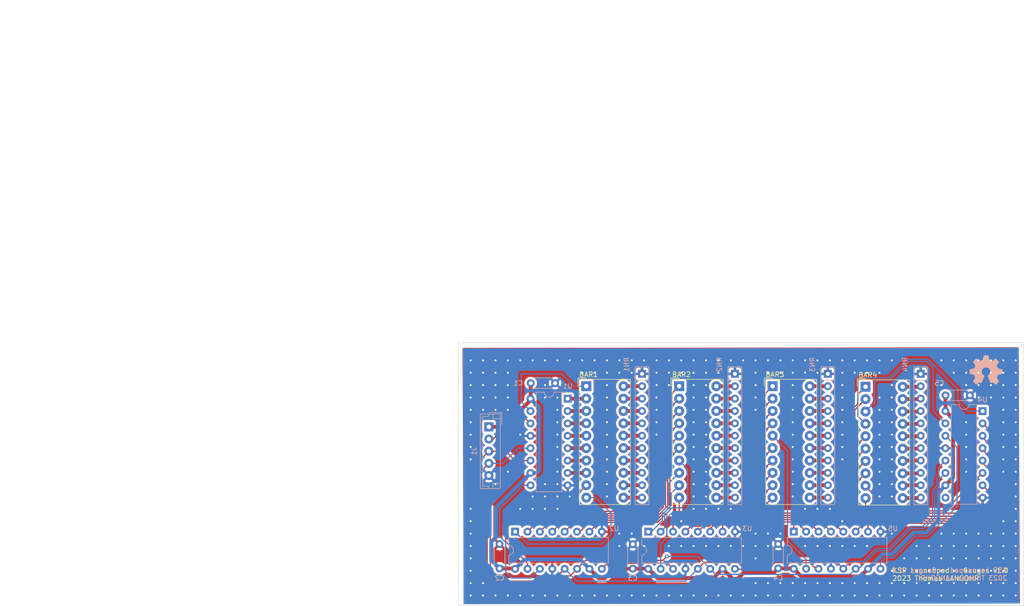
<source format=kicad_pcb>
(kicad_pcb (version 20221018) (generator pcbnew)
  (title_block (title "Launchpad - Gauges") (rev "v1.0"))
  (layers (0 "F.Cu" signal) (31 "B.Cu" signal) (34 "B.Paste" user) (35 "F.Paste" user) (36 "B.SilkS" user "B.Silkscreen") (37 "F.SilkS" user "F.Silkscreen") (38 "B.Mask" user) (39 "F.Mask" user) (44 "Edge.Cuts" user))
  (net 0 "")
  (net 1 "Net-(U1-QA)")
  (net 2 "Net-(U1-QB)")
  (net 3 "Net-(U1-QC)")
  (net 4 "Net-(U1-QD)")
  (net 5 "Net-(U1-QE)")
  (net 6 "Net-(U1-QF)")
  (net 7 "Net-(U1-QG)")
  (net 8 "Net-(U1-QH)")
  (net 9 "Net-(U2-QA)")
  (net 10 "Net-(U2-QB)")
  (net 11 "Net-(RN1-R10)")
  (net 12 "Net-(RN1-R9)")
  (net 13 "Net-(RN1-R8)")
  (net 14 "Net-(RN1-R7)")
  (net 15 "Net-(RN1-R6)")
  (net 16 "Net-(RN1-R5)")
  (net 17 "Net-(RN1-R4)")
  (net 18 "Net-(RN1-R3)")
  (net 19 "Net-(RN1-R2)")
  (net 20 "Net-(RN1-R1)")
  (net 21 "Net-(U2-QC)")
  (net 22 "Net-(U2-QD)")
  (net 23 "Net-(U2-QE)")
  (net 24 "Net-(U2-QF)")
  (net 25 "Net-(U2-QG)")
  (net 26 "Net-(U2-QH)")
  (net 27 "Net-(U3-QA)")
  (net 28 "Net-(U3-QB)")
  (net 29 "Net-(U3-QC)")
  (net 30 "Net-(U3-QD)")
  (net 31 "Net-(RN2-R10)")
  (net 32 "Net-(RN2-R9)")
  (net 33 "Net-(RN2-R8)")
  (net 34 "Net-(RN2-R7)")
  (net 35 "Net-(RN2-R6)")
  (net 36 "Net-(RN2-R5)")
  (net 37 "Net-(RN2-R4)")
  (net 38 "Net-(RN2-R3)")
  (net 39 "Net-(RN2-R2)")
  (net 40 "Net-(RN2-R1)")
  (net 41 "Net-(U3-QE)")
  (net 42 "Net-(U3-QF)")
  (net 43 "Net-(U3-QG)")
  (net 44 "Net-(U3-QH)")
  (net 45 "Net-(U5-QA)")
  (net 46 "Net-(U5-QB)")
  (net 47 "Net-(U5-QC)")
  (net 48 "Net-(U5-QD)")
  (net 49 "Net-(U5-QE)")
  (net 50 "Net-(U5-QF)")
  (net 51 "Net-(RN3-R10)")
  (net 52 "Net-(RN3-R9)")
  (net 53 "Net-(RN3-R8)")
  (net 54 "Net-(RN3-R7)")
  (net 55 "Net-(RN3-R6)")
  (net 56 "Net-(RN3-R5)")
  (net 57 "Net-(RN3-R4)")
  (net 58 "Net-(RN3-R3)")
  (net 59 "Net-(RN3-R2)")
  (net 60 "Net-(RN3-R1)")
  (net 61 "Net-(U5-QG)")
  (net 62 "Net-(U5-QH)")
  (net 63 "Net-(U4-QA)")
  (net 64 "Net-(U4-QB)")
  (net 65 "Net-(U4-QC)")
  (net 66 "Net-(U4-QD)")
  (net 67 "Net-(U4-QE)")
  (net 68 "Net-(U4-QF)")
  (net 69 "Net-(U4-QG)")
  (net 70 "Net-(U4-QH)")
  (net 71 "Net-(RN4-R10)")
  (net 72 "Net-(RN4-R9)")
  (net 73 "Net-(RN4-R8)")
  (net 74 "Net-(RN4-R7)")
  (net 75 "Net-(RN4-R6)")
  (net 76 "Net-(RN4-R5)")
  (net 77 "Net-(RN4-R4)")
  (net 78 "Net-(RN4-R3)")
  (net 79 "Net-(RN4-R2)")
  (net 80 "Net-(RN4-R1)")
  (net 81 "+5V")
  (net 82 "GND")
  (net 83 "/DG_DATA")
  (net 84 "/DG_CLK")
  (net 85 "/~{DG_LATCH}")
  (net 86 "Net-(U1-QH')")
  (net 87 "Net-(U2-QH')")
  (net 88 "Net-(U3-QH')")
  (net 90 "Net-(U4-SER)")
  (footprint "Display:HDSP-4832" (layer "F.Cu") (at 158.43 78.97)
    (fp_text reference "BAR3")
    (fp_text value "XGMRX10D")
  )
  (footprint "Display:HDSP-4832" (layer "F.Cu") (at 139.2725 78.97)
    (fp_text reference "BAR2")
    (fp_text value "XGUYX10D")
  )
  (footprint "Display:HDSP-4832" (layer "F.Cu") (at 177.48 79.0775)
    (fp_text reference "BAR4")
    (fp_text value "XGUGX10D")
  )
  (footprint "Symbol:OSHW-Symbol_6.7x6mm_SilkScreen" (layer "F.Cu") (at 202.1925 75.6625)
    (fp_text reference "REF**" hide)
    (fp_text value "OSHW-Symbol_6.7x6mm_SilkScreen" hide)
  )
  (footprint "Display:HDSP-4832" (layer "F.Cu") (at 120.2225 78.97)
    (fp_text reference "BAR1")
    (fp_text value "GCBDX10D")
  )
  (footprint "Capacitor_THT:C_Disc_D4.3mm_W1.9mm_P5.00mm" (layer "B.Cu") (at 193.8825 80.835)
    (fp_text reference "C5")
    (fp_text value "0.1 µf")
  )
  (footprint "Capacitor_THT:C_Disc_D4.3mm_W1.9mm_P5.00mm" (layer "B.Cu") (at 102.4425 116.365 90)
    (fp_text reference "C2")
    (fp_text value "0.1 µf")
  )
  (footprint "Capacitor_THT:C_Disc_D4.3mm_W1.9mm_P5.00mm" (layer "B.Cu") (at 159.5775 116.345 90)
    (fp_text reference "C4")
    (fp_text value "0.1 µf")
  )
  (footprint "Package_DIP:DIP-16_W7.62mm" (layer "B.Cu") (at 201.4925 84.065 180)
    (fp_text reference "U4")
    (fp_text value "74HC595N")
  )
  (footprint "Package_DIP:DIP-16_W7.62mm" (layer "B.Cu") (at 162.7675 108.815 -90)
    (fp_text reference "U5")
    (fp_text value "74HC595N")
  )
  (footprint "Capacitor_THT:C_Disc_D4.3mm_W1.9mm_P5.00mm" (layer "B.Cu") (at 129.7625 116.405 90)
    (fp_text reference "C3")
    (fp_text value "0.1 µf")
  )
  (footprint "Symbol:OSHW-Symbol_6.7x6mm_SilkScreen" (layer "B.Cu") (at 202.1925 75.6625 180)
    (fp_text reference "REF**" hide)
    (fp_text value "OSHW-Symbol_6.7x6mm_SilkScreen" hide)
  )
  (footprint "Package_DIP:DIP-16_W7.62mm" (layer "B.Cu") (at 116.4025 81.525 180)
    (fp_text reference "U1")
    (fp_text value "74HC595N")
  )
  (footprint "Package_DIP:DIP-16_W7.62mm" (layer "B.Cu") (at 132.9375 108.825 -90)
    (fp_text reference "U3")
    (fp_text value "74HC595N")
  )
  (footprint "Resistor_THT:R_Array_SIP11" (layer "B.Cu") (at 131.6525 76.43 -90)
    (fp_text reference "RN1")
    (fp_text value "R470")
  )
  (footprint "Resistor_THT:R_Array_SIP11" (layer "B.Cu") (at 188.8025 76.43 -90)
    (fp_text reference "RN4")
    (fp_text value "R470")
  )
  (footprint "Capacitor_THT:C_Disc_D4.3mm_W1.9mm_P5.00mm" (layer "B.Cu") (at 108.8325 78.335)
    (fp_text reference "C1")
    (fp_text value "0.1 µf")
  )
  (footprint "Package_DIP:DIP-16_W7.62mm" (layer "B.Cu") (at 105.6325 108.825 -90)
    (fp_text reference "U2")
    (fp_text value "74HC595N")
  )
  (footprint "Resistor_THT:R_Array_SIP11" (layer "B.Cu") (at 150.7025 76.43 -90)
    (fp_text reference "RN2")
    (fp_text value "R470")
  )
  (footprint "Resistor_THT:R_Array_SIP11" (layer "B.Cu") (at 169.7525 76.43 -90)
    (fp_text reference "RN3")
    (fp_text value "R470")
  )
  (footprint "Connectors_JST:JST_EH_B05B-EH-A_05x2.50mm_Straight" (layer "B.Cu") (at 100.2375 87.305 -90)
    (fp_text reference "J1")
    (fp_text value "Conn_01x05_Female")
  )
  (gr_rect (start 93.985 70.05) (end 209.955 123.995) (stroke (width 0.1)) (fill none) (layer "Edge.Cuts"))
  (gr_text "KSP Launchpad - Gauges v1.0\n2023 Thomas LANGOHR" (at 206.6375 118.925) (layer "B.SilkS") (effects (font (size 1 1)) (justify left bottom mirror)))
  (gr_text "KSP Launchpad - Gauges v1.0\n2023 Thomas LANGOHR" (at 182.9025 118.975) (layer "F.SilkS") (effects (font (size 1 1)) (justify left bottom)))
  (segment (start 115.1425 76.43) (end 117.6825 78.97) (width 0.25) (layer "B.Cu") (net 1))
  (segment (start 106.8875 76.43) (end 115.1425 76.43) (width 0.25) (layer "B.Cu") (net 1))
  (segment (start 117.6825 78.97) (end 120.2225 78.97) (width 0.25) (layer "B.Cu") (net 1))
  (segment (start 108.7825 84.065) (end 106.8875 82.17) (width 0.25) (layer "B.Cu") (net 1))
  (segment (start 106.8875 82.17) (end 106.8875 76.43) (width 0.25) (layer "B.Cu") (net 1))
  (segment (start 116.4025 81.525) (end 120.2075 81.525) (width 0.8) (layer "F.Cu") (net 2))
  (segment (start 116.4025 84.065) (end 120.2075 84.065) (width 0.8) (layer "F.Cu") (net 3))
  (segment (start 120.2225 86.59) (end 116.4175 86.59) (width 0.8) (layer "F.Cu") (net 4))
  (segment (start 116.4025 89.145) (end 120.2075 89.145) (width 0.8) (layer "F.Cu") (net 5))
  (segment (start 116.4025 91.685) (end 120.2075 91.685) (width 0.8) (layer "F.Cu") (net 6))
  (segment (start 116.4025 94.225) (end 120.2075 94.225) (width 0.8) (layer "F.Cu") (net 7))
  (segment (start 116.4025 96.765) (end 120.2075 96.765) (width 0.8) (layer "F.Cu") (net 8))
  (segment (start 116.326916 105.745) (end 118.1325 103.939416) (width 0.25) (layer "F.Cu") (net 9))
  (segment (start 112.069708 106.195) (end 113.973312 106.195) (width 0.25) (layer "F.Cu") (net 9))
  (segment (start 109.451104 106.91) (end 109.716104 106.645) (width 0.25) (layer "F.Cu") (net 9))
  (segment (start 103.7125 110.85363) (end 103.7125 107.545) (width 0.25) (layer "F.Cu") (net 9))
  (segment (start 108.1725 116.445) (end 108.1725 115.31363) (width 0.25) (layer "F.Cu") (net 9))
  (segment (start 118.1325 103.939416) (end 118.1325 101.38) (width 0.25) (layer "F.Cu") (net 9))
  (segment (start 108.1725 115.31363) (end 103.7125 110.85363) (width 0.25) (layer "F.Cu") (net 9))
  (segment (start 118.1325 101.38) (end 120.2225 99.29) (width 0.25) (layer "F.Cu") (net 9))
  (segment (start 113.973312 106.195) (end 114.423312 105.745) (width 0.25) (layer "F.Cu") (net 9))
  (segment (start 104.3475 106.91) (end 109.451104 106.91) (width 0.25) (layer "F.Cu") (net 9))
  (segment (start 109.716104 106.645) (end 111.619708 106.645) (width 0.25) (layer "F.Cu") (net 9))
  (segment (start 111.619708 106.645) (end 112.069708 106.195) (width 0.25) (layer "F.Cu") (net 9))
  (segment (start 114.423312 105.745) (end 116.326916 105.745) (width 0.25) (layer "F.Cu") (net 9))
  (segment (start 103.7125 107.545) (end 104.3475 106.91) (width 0.25) (layer "F.Cu") (net 9))
  (segment (start 122.1275 101.83) (end 120.2225 101.83) (width 0.25) (layer "B.Cu") (net 10))
  (segment (start 105.6325 108.825) (end 108.1625 111.355) (width 0.25) (layer "B.Cu") (net 10))
  (segment (start 108.1625 111.355) (end 123.3975 111.355) (width 0.25) (layer "B.Cu") (net 10))
  (segment (start 125.3025 109.45) (end 125.3025 105.005) (width 0.25) (layer "B.Cu") (net 10))
  (segment (start 123.3975 111.355) (end 125.3025 109.45) (width 0.25) (layer "B.Cu") (net 10))
  (segment (start 125.3025 105.005) (end 122.1275 101.83) (width 0.25) (layer "B.Cu") (net 10))
  (segment (start 131.6525 101.83) (end 127.8425 101.83) (width 0.8) (layer "F.Cu") (net 11))
  (segment (start 127.8425 99.29) (end 131.6525 99.29) (width 0.8) (layer "F.Cu") (net 12))
  (segment (start 131.6525 96.75) (end 127.8425 96.75) (width 0.8) (layer "F.Cu") (net 13))
  (segment (start 127.8425 94.21) (end 131.6525 94.21) (width 0.8) (layer "F.Cu") (net 14))
  (segment (start 131.6525 91.67) (end 127.8425 91.67) (width 0.8) (layer "F.Cu") (net 15))
  (segment (start 127.8425 89.13) (end 131.6525 89.13) (width 0.8) (layer "F.Cu") (net 16))
  (segment (start 131.6525 86.59) (end 127.8425 86.59) (width 0.8) (layer "F.Cu") (net 17))
  (segment (start 127.8425 84.05) (end 131.6525 84.05) (width 0.8) (layer "F.Cu") (net 18))
  (segment (start 131.6525 81.51) (end 127.8425 81.51) (width 0.8) (layer "F.Cu") (net 19))
  (segment (start 127.8425 78.97) (end 131.6525 78.97) (width 0.8) (layer "F.Cu") (net 20))
  (segment (start 135.1175 92.64302) (end 136.0175 91.74302) (width 0.25) (layer "F.Cu") (net 21))
  (segment (start 137.3675 84.682208) (end 137.3675 82.778604) (width 0.25) (layer "F.Cu") (net 21))
  (segment (start 137.8175 80.425) (end 139.2725 78.97) (width 0.25) (layer "F.Cu") (net 21))
  (segment (start 121.40552 105.11) (end 121.85552 104.66) (width 0.25) (layer "F.Cu") (net 21))
  (segment (start 114.609708 106.195) (end 116.513312 106.195) (width 0.25) (layer "F.Cu") (net 21))
  (segment (start 136.4675 89.389416) (end 136.4675 87.485812) (width 0.25) (layer "F.Cu") (net 21))
  (segment (start 112.256104 106.645) (end 114.159708 106.645) (width 0.25) (layer "F.Cu") (net 21))
  (segment (start 119.476916 105.745) (end 120.111916 105.11) (width 0.25) (layer "F.Cu") (net 21))
  (segment (start 121.85552 104.66) (end 133.89552 104.66) (width 0.25) (layer "F.Cu") (net 21))
  (segment (start 135.1175 103.43802) (end 135.1175 92.64302) (width 0.25) (layer "F.Cu") (net 21))
  (segment (start 108.1725 108.825) (end 109.9025 107.095) (width 0.25) (layer "F.Cu") (net 21))
  (segment (start 109.9025 107.095) (end 111.806104 107.095) (width 0.25) (layer "F.Cu") (net 21))
  (segment (start 114.159708 106.645) (end 114.609708 106.195) (width 0.25) (layer "F.Cu") (net 21))
  (segment (start 116.963312 105.745) (end 119.476916 105.745) (width 0.25) (layer "F.Cu") (net 21))
  (segment (start 133.89552 104.66) (end 135.1175 103.43802) (width 0.25) (layer "F.Cu") (net 21))
  (segment (start 136.4675 87.485812) (end 136.9175 87.035812) (width 0.25) (layer "F.Cu") (net 21))
  (segment (start 136.0175 91.74302) (end 136.0175 89.839416) (width 0.25) (layer "F.Cu") (net 21))
  (segment (start 111.806104 107.095) (end 112.256104 106.645) (width 0.25) (layer "F.Cu") (net 21))
  (segment (start 120.111916 105.11) (end 121.40552 105.11) (width 0.25) (layer "F.Cu") (net 21))
  (segment (start 136.9175 87.035812) (end 136.9175 85.132208) (width 0.25) (layer "F.Cu") (net 21))
  (segment (start 116.513312 106.195) (end 116.963312 105.745) (width 0.25) (layer "F.Cu") (net 21))
  (segment (start 137.8175 82.328604) (end 137.8175 80.425) (width 0.25) (layer "F.Cu") (net 21))
  (segment (start 137.3675 82.778604) (end 137.8175 82.328604) (width 0.25) (layer "F.Cu") (net 21))
  (segment (start 136.0175 89.839416) (end 136.4675 89.389416) (width 0.25) (layer "F.Cu") (net 21))
  (segment (start 136.9175 85.132208) (end 137.3675 84.682208) (width 0.25) (layer "F.Cu") (net 21))
  (segment (start 112.4425 107.095) (end 114.346104 107.095) (width 0.25) (layer "F.Cu") (net 22))
  (segment (start 137.3675 85.318604) (end 137.8175 84.868604) (width 0.25) (layer "F.Cu") (net 22))
  (segment (start 117.149708 106.195) (end 119.663312 106.195) (width 0.25) (layer "F.Cu") (net 22))
  (segment (start 136.9175 89.575812) (end 136.9175 87.672208) (width 0.25) (layer "F.Cu") (net 22))
  (segment (start 136.9175 87.672208) (end 137.3675 87.222208) (width 0.25) (layer "F.Cu") (net 22))
  (segment (start 136.4675 91.929416) (end 136.4675 90.025812) (width 0.25) (layer "F.Cu") (net 22))
  (segment (start 119.663312 106.195) (end 120.298312 105.56) (width 0.25) (layer "F.Cu") (net 22))
  (segment (start 137.8175 84.868604) (end 137.8175 82.965) (width 0.25) (layer "F.Cu") (net 22))
  (segment (start 136.4675 90.025812) (end 136.9175 89.575812) (width 0.25) (layer "F.Cu") (net 22))
  (segment (start 122.041916 105.11) (end 134.081916 105.11) (width 0.25) (layer "F.Cu") (net 22))
  (segment (start 116.699708 106.645) (end 117.149708 106.195) (width 0.25) (layer "F.Cu") (net 22))
  (segment (start 120.298312 105.56) (end 121.591916 105.56) (width 0.25) (layer "F.Cu") (net 22))
  (segment (start 137.3675 87.222208) (end 137.3675 85.318604) (width 0.25) (layer "F.Cu") (net 22))
  (segment (start 121.591916 105.56) (end 122.041916 105.11) (width 0.25) (layer "F.Cu") (net 22))
  (segment (start 135.5675 103.624416) (end 135.5675 92.829416) (width 0.25) (layer "F.Cu") (net 22))
  (segment (start 137.8175 82.965) (end 139.2725 81.51) (width 0.25) (layer "F.Cu") (net 22))
  (segment (start 114.796104 106.645) (end 116.699708 106.645) (width 0.25) (layer "F.Cu") (net 22))
  (segment (start 134.081916 105.11) (end 135.5675 103.624416) (width 0.25) (layer "F.Cu") (net 22))
  (segment (start 135.5675 92.829416) (end 136.4675 91.929416) (width 0.25) (layer "F.Cu") (net 22))
  (segment (start 114.346104 107.095) (end 114.796104 106.645) (width 0.25) (layer "F.Cu") (net 22))
  (segment (start 110.7125 108.825) (end 112.4425 107.095) (width 0.25) (layer "F.Cu") (net 22))
  (segment (start 136.0175 93.015812) (end 136.9175 92.115812) (width 0.25) (layer "F.Cu") (net 23))
  (segment (start 136.0175 103.810812) (end 136.0175 93.015812) (width 0.25) (layer "F.Cu") (net 23))
  (segment (start 136.9175 90.212208) (end 137.3675 89.762208) (width 0.25) (layer "F.Cu") (net 23))
  (segment (start 136.9175 92.115812) (end 136.9175 90.212208) (width 0.25) (layer "F.Cu") (net 23))
  (segment (start 137.3675 89.762208) (end 137.3675 87.858604) (width 0.25) (layer "F.Cu") (net 23))
  (segment (start 137.8175 85.505) (end 139.2725 84.05) (width 0.25) (layer "F.Cu") (net 23))
  (segment (start 116.886104 107.095) (end 117.336104 106.645) (width 0.25) (layer "F.Cu") (net 23))
  (segment (start 114.9825 107.095) (end 116.886104 107.095) (width 0.25) (layer "F.Cu") (net 23))
  (segment (start 122.228312 105.56) (end 134.268312 105.56) (width 0.25) (layer "F.Cu") (net 23))
  (segment (start 121.778312 106.01) (end 122.228312 105.56) (width 0.25) (layer "F.Cu") (net 23))
  (segment (start 137.3675 87.858604) (end 137.8175 87.408604) (width 0.25) (layer "F.Cu") (net 23))
  (segment (start 113.2525 108.825) (end 114.9825 107.095) (width 0.25) (layer "F.Cu") (net 23))
  (segment (start 117.336104 106.645) (end 119.849708 106.645) (width 0.25) (layer "F.Cu") (net 23))
  (segment (start 137.8175 87.408604) (end 137.8175 85.505) (width 0.25) (layer "F.Cu") (net 23))
  (segment (start 134.268312 105.56) (end 136.0175 103.810812) (width 0.25) (layer "F.Cu") (net 23))
  (segment (start 119.849708 106.645) (end 120.484708 106.01) (width 0.25) (layer "F.Cu") (net 23))
  (segment (start 120.484708 106.01) (end 121.778312 106.01) (width 0.25) (layer "F.Cu") (net 23))
  (segment (start 137.8175 88.045) (end 139.2725 86.59) (width 0.25) (layer "F.Cu") (net 24))
  (segment (start 117.5225 107.095) (end 120.036104 107.095) (width 0.25) (layer "F.Cu") (net 24))
  (segment (start 134.454708 106.01) (end 136.4675 103.997208) (width 0.25) (layer "F.Cu") (net 24))
  (segment (start 121.964708 106.46) (end 122.414708 106.01) (width 0.25) (layer "F.Cu") (net 24))
  (segment (start 120.671104 106.46) (end 121.964708 106.46) (width 0.25) (layer "F.Cu") (net 24))
  (segment (start 136.4675 93.202208) (end 137.3675 92.302208) (width 0.25) (layer "F.Cu") (net 24))
  (segment (start 120.036104 107.095) (end 120.671104 106.46) (width 0.25) (layer "F.Cu") (net 24))
  (segment (start 115.7925 108.825) (end 117.5225 107.095) (width 0.25) (layer "F.Cu") (net 24))
  (segment (start 136.4675 103.997208) (end 136.4675 93.202208) (width 0.25) (layer "F.Cu") (net 24))
  (segment (start 137.8175 89.948604) (end 137.8175 88.045) (width 0.25) (layer "F.Cu") (net 24))
  (segment (start 137.3675 92.302208) (end 137.3675 90.398604) (width 0.25) (layer "F.Cu") (net 24))
  (segment (start 122.414708 106.01) (end 134.454708 106.01) (width 0.25) (layer "F.Cu") (net 24))
  (segment (start 137.3675 90.398604) (end 137.8175 89.948604) (width 0.25) (layer "F.Cu") (net 24))
  (segment (start 118.9425 108.825) (end 120.6725 107.095) (width 0.25) (layer "F.Cu") (net 25))
  (segment (start 136.9175 104.183604) (end 136.9175 93.388604) (width 0.25) (layer "F.Cu") (net 25))
  (segment (start 137.8175 92.488604) (end 137.8175 90.585) (width 0.25) (layer "F.Cu") (net 25))
  (segment (start 122.601104 106.46) (end 134.641104 106.46) (width 0.25) (layer "F.Cu") (net 25))
  (segment (start 120.6725 107.095) (end 121.966104 107.095) (width 0.25) (layer "F.Cu") (net 25))
  (segment (start 134.641104 106.46) (end 136.9175 104.183604) (width 0.25) (layer "F.Cu") (net 25))
  (segment (start 136.9175 93.388604) (end 137.8175 92.488604) (width 0.25) (layer "F.Cu") (net 25))
  (segment (start 121.966104 107.095) (end 122.601104 106.46) (width 0.25) (layer "F.Cu") (net 25))
  (segment (start 137.8175 90.585) (end 139.2725 89.13) (width 0.25) (layer "F.Cu") (net 25))
  (segment (start 137.3675 93.575) (end 139.2725 91.67) (width 0.25) (layer "F.Cu") (net 26))
  (segment (start 120.8725 108.825) (end 122.7875 106.91) (width 0.25) (layer "F.Cu") (net 26))
  (segment (start 134.8275 106.91) (end 137.3675 104.37) (width 0.25) (layer "F.Cu") (net 26))
  (segment (start 122.7875 106.91) (end 134.8275 106.91) (width 0.25) (layer "F.Cu") (net 26))
  (segment (start 137.3675 104.37) (end 137.3675 93.575) (width 0.25) (layer "F.Cu") (net 26))
  (segment (start 136.7325 105.005) (end 137.8175 103.92) (width 0.25) (layer "B.Cu") (net 27))
  (segment (start 140.9925 102.65) (end 140.9925 95.93) (width 0.25) (layer "B.Cu") (net 27))
  (segment (start 136.7325 110.085) (end 136.7325 105.005) (width 0.25) (layer "B.Cu") (net 27))
  (segment (start 135.4775 111.34) (end 136.7325 110.085) (width 0.25) (layer "B.Cu") (net 27))
  (segment (start 137.8175 103.92) (end 139.7225 103.92) (width 0.25) (layer "B.Cu") (net 27))
  (segment (start 139.7225 103.92) (end 140.9925 102.65) (width 0.25) (layer "B.Cu") (net 27))
  (segment (start 140.9925 95.93) (end 139.2725 94.21) (width 0.25) (layer "B.Cu") (net 27))
  (segment (start 135.4775 116.445) (end 135.4775 111.34) (width 0.25) (layer "B.Cu") (net 27))
  (segment (start 135.8325 106.54) (end 133.5475 108.825) (width 0.25) (layer "B.Cu") (net 28))
  (segment (start 137.181104 103.283604) (end 135.8325 104.632208) (width 0.25) (layer "B.Cu") (net 28))
  (segment (start 137.181104 98.841396) (end 137.181104 103.283604) (width 0.25) (layer "B.Cu") (net 28))
  (segment (start 139.2725 96.75) (end 137.181104 98.841396) (width 0.25) (layer "B.Cu") (net 28))
  (segment (start 135.8325 104.632208) (end 135.8325 106.54) (width 0.25) (layer "B.Cu") (net 28))
  (segment (start 136.2825 108.02) (end 135.4775 108.825) (width 0.25) (layer "B.Cu") (net 29))
  (segment (start 137.631104 103.47) (end 136.2825 104.818604) (width 0.25) (layer "B.Cu") (net 29))
  (segment (start 137.631104 100.935666) (end 137.631104 103.47) (width 0.25) (layer "B.Cu") (net 29))
  (segment (start 136.2825 104.818604) (end 136.2825 108.02) (width 0.25) (layer "B.Cu") (net 29))
  (segment (start 139.2725 100.11) (end 138.45677 100.11) (width 0.25) (layer "B.Cu") (net 29))
  (segment (start 138.45677 100.11) (end 137.631104 100.935666) (width 0.25) (layer "B.Cu") (net 29))
  (segment (start 138.0175 106.26) (end 139.2725 105.005) (width 0.25) (layer "F.Cu") (net 30))
  (segment (start 138.0175 108.825) (end 138.0175 106.26) (width 0.25) (layer "F.Cu") (net 30))
  (segment (start 139.2725 105.005) (end 139.2725 101.83) (width 0.25) (layer "F.Cu") (net 30))
  (segment (start 146.8925 101.83) (end 150.7025 101.83) (width 0.8) (layer "F.Cu") (net 31))
  (segment (start 146.8925 99.29) (end 150.7025 99.29) (width 0.8) (layer "F.Cu") (net 32))
  (segment (start 146.8925 96.75) (end 150.7025 96.75) (width 0.8) (layer "F.Cu") (net 33))
  (segment (start 150.7025 94.21) (end 146.8925 94.21) (width 0.8) (layer "F.Cu") (net 34))
  (segment (start 146.8925 91.67) (end 150.7025 91.67) (width 0.8) (layer "F.Cu") (net 35))
  (segment (start 150.7025 89.13) (end 146.8925 89.13) (width 0.8) (layer "F.Cu") (net 36))
  (segment (start 146.8925 86.59) (end 150.7025 86.59) (width 0.8) (layer "F.Cu") (net 37))
  (segment (start 146.8925 84.05) (end 150.7025 84.05) (width 0.8) (layer "F.Cu") (net 38))
  (segment (start 150.7025 81.51) (end 146.8925 81.51) (width 0.8) (layer "F.Cu") (net 39))
  (segment (start 146.8925 78.97) (end 150.7025 78.97) (width 0.8) (layer "F.Cu") (net 40))
  (segment (start 152.5275 103.810812) (end 153.137792 103.20052) (width 0.25) (layer "F.Cu") (net 41))
  (segment (start 153.7175 99.547728) (end 154.1675 99.097728) (width 0.25) (layer "F.Cu") (net 41))
  (segment (start 156.4175 80.9825) (end 158.43 78.97) (width 0.25) (layer "F.Cu") (net 41))
  (segment (start 140.5575 108.825) (end 141.6825 107.7) (width 0.25) (layer "F.Cu") (net 41))
  (segment (start 153.137792 103.20052) (end 153.137792 102.03104) (width 0.25) (layer "F.Cu") (net 41))
  (segment (start 153.7175 101.451332) (end 153.7175 99.547728) (width 0.25) (layer "F.Cu") (net 41))
  (segment (start 145.279708 107.25) (end 146.086104 106.443604) (width 0.25) (layer "F.Cu") (net 41))
  (segment (start 154.1675 97.194124) (end 154.6175 96.744124) (width 0.25) (layer "F.Cu") (net 41))
  (segment (start 155.5175 92.036916) (end 155.5175 87.593312) (width 0.25) (layer "F.Cu") (net 41))
  (segment (start 144.036104 107.25) (end 145.279708 107.25) (width 0.25) (layer "F.Cu") (net 41))
  (segment (start 155.9675 87.143312) (end 155.9675 85.239708) (width 0.25) (layer "F.Cu") (net 41))
  (segment (start 155.5175 87.593312) (end 155.9675 87.143312) (width 0.25) (layer "F.Cu") (net 41))
  (segment (start 154.6175 94.84052) (end 155.0675 94.39052) (width 0.25) (layer "F.Cu") (net 41))
  (segment (start 154.6175 96.744124) (end 154.6175 94.84052) (width 0.25) (layer "F.Cu") (net 41))
  (segment (start 155.0675 92.486916) (end 155.5175 92.036916) (width 0.25) (layer "F.Cu") (net 41))
  (segment (start 151.1525 105.19) (end 152.5275 103.815) (width 0.25) (layer "F.Cu") (net 41))
  (segment (start 155.0675 94.39052) (end 155.0675 92.486916) (width 0.25) (layer "F.Cu") (net 41))
  (segment (start 155.9675 85.239708) (end 156.4175 84.789708) (width 0.25) (layer "F.Cu") (net 41))
  (segment (start 156.4175 84.789708) (end 156.4175 80.9825) (width 0.25) (layer "F.Cu") (net 41))
  (segment (start 154.1675 99.097728) (end 154.1675 97.194124) (width 0.25) (layer "F.Cu") (net 41))
  (segment (start 146.086104 106.443604) (end 147.354708 106.443604) (width 0.25) (layer "F.Cu") (net 41))
  (segment (start 147.354708 106.443604) (end 148.608312 105.19) (width 0.25) (layer "F.Cu") (net 41))
  (segment (start 148.608312 105.19) (end 151.1525 105.19) (width 0.25) (layer "F.Cu") (net 41))
  (segment (start 153.137792 102.03104) (end 153.7175 101.451332) (width 0.25) (layer "F.Cu") (net 41))
  (segment (start 141.6825 107.7) (end 143.586104 107.7) (width 0.25) (layer "F.Cu") (net 41))
  (segment (start 143.586104 107.7) (end 144.036104 107.25) (width 0.25) (layer "F.Cu") (net 41))
  (segment (start 152.5275 103.815) (end 152.5275 103.810812) (width 0.25) (layer "F.Cu") (net 41))
  (segment (start 154.6175 97.38052) (end 155.0675 96.93052) (width 0.25) (layer "F.Cu") (net 42))
  (segment (start 148.794708 105.64) (end 151.338896 105.64) (width 0.25) (layer "F.Cu") (net 42))
  (segment (start 155.0675 95.026916) (end 155.5175 94.576916) (width 0.25) (layer "F.Cu") (net 42))
  (segment (start 146.2725 106.893604) (end 147.541104 106.893604) (width 0.25) (layer "F.Cu") (net 42))
  (segment (start 156.8675 83.0725) (end 158.43 81.51) (width 0.25) (layer "F.Cu") (net 42))
  (segment (start 152.9775 104.001396) (end 152.9775 103.997208) (width 0.25) (layer "F.Cu") (net 42))
  (segment (start 154.6175 99.284124) (end 154.6175 97.38052) (width 0.25) (layer "F.Cu") (net 42))
  (segment (start 153.587792 103.386916) (end 153.587792 102.217436) (width 0.25) (layer "F.Cu") (net 42))
  (segment (start 155.0675 96.93052) (end 155.0675 95.026916) (width 0.25) (layer "F.Cu") (net 42))
  (segment (start 156.4175 87.329708) (end 156.4175 85.426104) (width 0.25) (layer "F.Cu") (net 42))
  (segment (start 155.9675 92.223312) (end 155.9675 87.779708) (width 0.25) (layer "F.Cu") (net 42))
  (segment (start 147.541104 106.893604) (end 148.794708 105.64) (width 0.25) (layer "F.Cu") (net 42))
  (segment (start 155.5175 94.576916) (end 155.5175 92.673312) (width 0.25) (layer "F.Cu") (net 42))
  (segment (start 153.587792 102.217436) (end 154.1675 101.637728) (width 0.25) (layer "F.Cu") (net 42))
  (segment (start 154.1675 101.637728) (end 154.1675 99.734124) (width 0.25) (layer "F.Cu") (net 42))
  (segment (start 143.0975 108.825) (end 144.2225 107.7) (width 0.25) (layer "F.Cu") (net 42))
  (segment (start 152.9775 103.997208) (end 153.587792 103.386916) (width 0.25) (layer "F.Cu") (net 42))
  (segment (start 145.466104 107.7) (end 146.2725 106.893604) (width 0.25) (layer "F.Cu") (net 42))
  (segment (start 144.2225 107.7) (end 145.466104 107.7) (width 0.25) (layer "F.Cu") (net 42))
  (segment (start 155.5175 92.673312) (end 155.9675 92.223312) (width 0.25) (layer "F.Cu") (net 42))
  (segment (start 155.9675 87.779708) (end 156.4175 87.329708) (width 0.25) (layer "F.Cu") (net 42))
  (segment (start 156.4175 85.426104) (end 156.8675 84.976104) (width 0.25) (layer "F.Cu") (net 42))
  (segment (start 156.8675 84.976104) (end 156.8675 83.0725) (width 0.25) (layer "F.Cu") (net 42))
  (segment (start 151.338896 105.64) (end 152.9775 104.001396) (width 0.25) (layer "F.Cu") (net 42))
  (segment (start 154.1675 99.734124) (end 154.6175 99.284124) (width 0.25) (layer "F.Cu") (net 42))
  (segment (start 153.4275 104.183604) (end 154.037792 103.573312) (width 0.25) (layer "F.Cu") (net 43))
  (segment (start 154.037792 102.403832) (end 154.6175 101.824124) (width 0.25) (layer "F.Cu") (net 43))
  (segment (start 154.6175 101.824124) (end 154.6175 99.92052) (width 0.25) (layer "F.Cu") (net 43))
  (segment (start 155.9675 94.763312) (end 155.9675 92.859708) (width 0.25) (layer "F.Cu") (net 43))
  (segment (start 147.7275 107.343604) (end 148.981104 106.09) (width 0.25) (layer "F.Cu") (net 43))
  (segment (start 155.0675 99.47052) (end 155.0675 97.566916) (width 0.25) (layer "F.Cu") (net 43))
  (segment (start 156.4175 92.409708) (end 156.4175 87.966104) (width 0.25) (layer "F.Cu") (net 43))
  (segment (start 153.4275 104.187792) (end 153.4275 104.183604) (width 0.25) (layer "F.Cu") (net 43))
  (segment (start 156.8675 85.6125) (end 158.43 84.05) (width 0.25) (layer "F.Cu") (net 43))
  (segment (start 156.4175 87.966104) (end 156.8675 87.516104) (width 0.25) (layer "F.Cu") (net 43))
  (segment (start 155.0675 97.566916) (end 155.5175 97.116916) (width 0.25) (layer "F.Cu") (net 43))
  (segment (start 155.5175 97.116916) (end 155.5175 95.213312) (width 0.25) (layer "F.Cu") (net 43))
  (segment (start 146.458896 107.343604) (end 147.7275 107.343604) (width 0.25) (layer "F.Cu") (net 43))
  (segment (start 156.8675 87.516104) (end 156.8675 85.6125) (width 0.25) (layer "F.Cu") (net 43))
  (segment (start 155.9675 92.859708) (end 156.4175 92.409708) (width 0.25) (layer "F.Cu") (net 43))
  (segment (start 154.6175 99.92052) (end 155.0675 99.47052) (width 0.25) (layer "F.Cu") (net 43))
  (segment (start 154.037792 103.573312) (end 154.037792 102.403832) (width 0.25) (layer "F.Cu") (net 43))
  (segment (start 148.981104 106.09) (end 151.525292 106.09) (width 0.25) (layer "F.Cu") (net 43))
  (segment (start 155.5175 95.213312) (end 155.9675 94.763312) (width 0.25) (layer "F.Cu") (net 43))
  (segment (start 151.525292 106.09) (end 153.4275 104.187792) (width 0.25) (layer "F.Cu") (net 43))
  (segment (start 145.6375 108.165) (end 146.458896 107.343604) (width 0.25) (layer "F.Cu") (net 43))
  (segment (start 156.4175 93.046104) (end 156.8675 92.596104) (width 0.25) (layer "F.Cu") (net 44))
  (segment (start 148.1775 108.825) (end 148.1775 107.53) (width 0.25) (layer "F.Cu") (net 44))
  (segment (start 154.487792 102.590228) (end 155.0675 102.01052) (width 0.25) (layer "F.Cu") (net 44))
  (segment (start 155.9675 97.303312) (end 155.9675 95.399708) (width 0.25) (layer "F.Cu") (net 44))
  (segment (start 156.8675 92.596104) (end 156.8675 88.1525) (width 0.25) (layer "F.Cu") (net 44))
  (segment (start 156.8675 88.1525) (end 158.43 86.59) (width 0.25) (layer "F.Cu") (net 44))
  (segment (start 155.9675 95.399708) (end 156.4175 94.949708) (width 0.25) (layer "F.Cu") (net 44))
  (segment (start 156.4175 94.949708) (end 156.4175 93.046104) (width 0.25) (layer "F.Cu") (net 44))
  (segment (start 155.0675 102.01052) (end 155.0675 100.106916) (width 0.25) (layer "F.Cu") (net 44))
  (segment (start 148.1775 107.53) (end 149.1675 106.54) (width 0.25) (layer "F.Cu") (net 44))
  (segment (start 151.711688 106.54) (end 154.487792 103.763896) (width 0.25) (layer "F.Cu") (net 44))
  (segment (start 155.0675 100.106916) (end 155.5175 99.656916) (width 0.25) (layer "F.Cu") (net 44))
  (segment (start 155.5175 97.753312) (end 155.9675 97.303312) (width 0.25) (layer "F.Cu") (net 44))
  (segment (start 154.487792 103.763896) (end 154.487792 102.590228) (width 0.25) (layer "F.Cu") (net 44))
  (segment (start 155.5175 99.656916) (end 155.5175 97.753312) (width 0.25) (layer "F.Cu") (net 44))
  (segment (start 149.1675 106.54) (end 151.711688 106.54) (width 0.25) (layer "F.Cu") (net 44))
  (segment (start 165.3075 114.53) (end 161.4975 110.72) (width 0.25) (layer "B.Cu") (net 45))
  (segment (start 161.4975 92.1975) (end 158.43 89.13) (width 0.25) (layer "B.Cu") (net 45))
  (segment (start 165.3075 116.435) (end 165.3075 114.53) (width 0.25) (layer "B.Cu") (net 45))
  (segment (start 161.4975 110.72) (end 161.4975 92.1975) (width 0.25) (layer "B.Cu") (net 45))
  (segment (start 156.8675 93.2325) (end 158.43 91.67) (width 0.25) (layer "F.Cu") (net 46))
  (segment (start 155.9675 97.939708) (end 156.4175 97.489708) (width 0.25) (layer "F.Cu") (net 46))
  (segment (start 155.9675 99.843312) (end 155.9675 97.939708) (width 0.25) (layer "F.Cu") (net 46))
  (segment (start 156.4175 95.586104) (end 156.8675 95.136104) (width 0.25) (layer "F.Cu") (net 46))
  (segment (start 156.9475 106.805) (end 154.937792 104.795292) (width 0.25) (layer "F.Cu") (net 46))
  (segment (start 155.5175 102.196916) (end 155.5175 100.293312) (width 0.25) (layer "F.Cu") (net 46))
  (segment (start 154.937792 104.795292) (end 154.937792 102.776624) (width 0.25) (layer "F.Cu") (net 46))
  (segment (start 162.7675 107.28) (end 162.2925 106.805) (width 0.25) (layer "F.Cu") (net 46))
  (segment (start 162.2925 106.805) (end 156.9475 106.805) (width 0.25) (layer "F.Cu") (net 46))
  (segment (start 156.4175 97.489708) (end 156.4175 95.586104) (width 0.25) (layer "F.Cu") (net 46))
  (segment (start 154.937792 102.776624) (end 155.5175 102.196916) (width 0.25) (layer "F.Cu") (net 46))
  (segment (start 156.8675 95.136104) (end 156.8675 93.2325) (width 0.25) (layer "F.Cu") (net 46))
  (segment (start 162.7675 108.815) (end 162.7675 107.28) (width 0.25) (layer "F.Cu") (net 46))
  (segment (start 155.5175 100.293312) (end 155.9675 99.843312) (width 0.25) (layer "F.Cu") (net 46))
  (segment (start 162.8475 106.355) (end 157.133896 106.355) (width 0.25) (layer "F.Cu") (net 47))
  (segment (start 155.387792 104.608896) (end 155.387792 102.96302) (width 0.25) (layer "F.Cu") (net 47))
  (segment (start 156.8675 95.7725) (end 158.43 94.21) (width 0.25) (layer "F.Cu") (net 47))
  (segment (start 156.8675 97.676104) (end 156.8675 95.7725) (width 0.25) (layer "F.Cu") (net 47))
  (segment (start 155.9675 100.479708) (end 156.4175 100.029708) (width 0.25) (layer "F.Cu") (net 47))
  (segment (start 165.3075 108.815) (end 162.8475 106.355) (width 0.25) (layer "F.Cu") (net 47))
  (segment (start 155.387792 102.96302) (end 155.9675 102.383312) (width 0.25) (layer "F.Cu") (net 47))
  (segment (start 157.133896 106.355) (end 155.387792 104.608896) (width 0.25) (layer "F.Cu") (net 47))
  (segment (start 156.4175 100.029708) (end 156.4175 98.126104) (width 0.25) (layer "F.Cu") (net 47))
  (segment (start 156.4175 98.126104) (end 156.8675 97.676104) (width 0.25) (layer "F.Cu") (net 47))
  (segment (start 155.9675 102.383312) (end 155.9675 100.479708) (width 0.25) (layer "F.Cu") (net 47))
  (segment (start 156.4175 100.666104) (end 156.8675 100.216104) (width 0.25) (layer "F.Cu") (net 48))
  (segment (start 157.320292 105.905) (end 155.837792 104.4225) (width 0.25) (layer "F.Cu") (net 48))
  (segment (start 163.033896 105.905) (end 157.320292 105.905) (width 0.25) (layer "F.Cu") (net 48))
  (segment (start 166.1275 107.095) (end 164.223896 107.095) (width 0.25) (layer "F.Cu") (net 48))
  (segment (start 156.8675 100.216104) (end 156.8675 98.3125) (width 0.25) (layer "F.Cu") (net 48))
  (segment (start 167.8475 108.815) (end 166.1275 107.095) (width 0.25) (layer "F.Cu") (net 48))
  (segment (start 156.8675 98.3125) (end 158.43 96.75) (width 0.25) (layer "F.Cu") (net 48))
  (segment (start 155.837792 104.4225) (end 155.837792 103.149416) (width 0.25) (layer "F.Cu") (net 48))
  (segment (start 164.223896 107.095) (end 163.033896 105.905) (width 0.25) (layer "F.Cu") (net 48))
  (segment (start 155.837792 103.149416) (end 156.4175 102.569708) (width 0.25) (layer "F.Cu") (net 48))
  (segment (start 156.4175 102.569708) (end 156.4175 100.666104) (width 0.25) (layer "F.Cu") (net 48))
  (segment (start 163.220292 105.455) (end 157.506688 105.455) (width 0.25) (layer "F.Cu") (net 49))
  (segment (start 156.8675 100.8525) (end 158.43 99.29) (width 0.25) (layer "F.Cu") (net 49))
  (segment (start 166.313896 106.645) (end 164.410292 106.645) (width 0.25) (layer "F.Cu") (net 49))
  (segment (start 156.287792 104.236104) (end 156.287792 103.335812) (width 0.25) (layer "F.Cu") (net 49))
  (segment (start 164.410292 106.645) (end 163.220292 105.455) (width 0.25) (layer "F.Cu") (net 49))
  (segment (start 156.287792 103.335812) (end 156.8675 102.756104) (width 0.25) (layer "F.Cu") (net 49))
  (segment (start 170.3875 108.815) (end 168.6675 107.095) (width 0.25) (layer "F.Cu") (net 49))
  (segment (start 157.506688 105.455) (end 156.287792 104.236104) (width 0.25) (layer "F.Cu") (net 49))
  (segment (start 166.763896 107.095) (end 166.313896 106.645) (width 0.25) (layer "F.Cu") (net 49))
  (segment (start 168.6675 107.095) (end 166.763896 107.095) (width 0.25) (layer "F.Cu") (net 49))
  (segment (start 156.8675 102.756104) (end 156.8675 100.8525) (width 0.25) (layer "F.Cu") (net 49))
  (segment (start 166.950292 106.645) (end 166.500292 106.195) (width 0.25) (layer "F.Cu") (net 50))
  (segment (start 169.303896 107.095) (end 168.853896 106.645) (width 0.25) (layer "F.Cu") (net 50))
  (segment (start 168.853896 106.645) (end 166.950292 106.645) (width 0.25) (layer "F.Cu") (net 50))
  (segment (start 171.0225 107.095) (end 169.303896 107.095) (width 0.25) (layer "F.Cu") (net 50))
  (segment (start 156.737792 104.049708) (end 156.737792 103.522208) (width 0.25) (layer "F.Cu") (net 50))
  (segment (start 156.737792 103.522208) (end 158.43 101.83) (width 0.25) (layer "F.Cu") (net 50))
  (segment (start 166.500292 106.195) (end 164.596688 106.195) (width 0.25) (layer "F.Cu") (net 50))
  (segment (start 172.7425 108.815) (end 171.0225 107.095) (width 0.25) (layer "F.Cu") (net 50))
  (segment (start 164.596688 106.195) (end 163.406688 105.005) (width 0.25) (layer "F.Cu") (net 50))
  (segment (start 157.693084 105.005) (end 156.737792 104.049708) (width 0.25) (layer "F.Cu") (net 50))
  (segment (start 163.406688 105.005) (end 157.693084 105.005) (width 0.25) (layer "F.Cu") (net 50))
  (segment (start 169.7525 101.83) (end 166.05 101.83) (width 0.8) (layer "F.Cu") (net 51))
  (segment (start 166.05 99.29) (end 169.7525 99.29) (width 0.8) (layer "F.Cu") (net 52))
  (segment (start 166.05 96.75) (end 169.7525 96.75) (width 0.8) (layer "F.Cu") (net 53))
  (segment (start 166.05 94.21) (end 169.7525 94.21) (width 0.8) (layer "F.Cu") (net 54))
  (segment (start 166.05 91.67) (end 169.7525 91.67) (width 0.8) (layer "F.Cu") (net 55))
  (segment (start 169.7525 89.13) (end 166.05 89.13) (width 0.8) (layer "F.Cu") (net 56))
  (segment (start 166.05 86.59) (end 169.7525 86.59) (width 0.8) (layer "F.Cu") (net 57))
  (segment (start 166.05 84.05) (end 169.7525 84.05) (width 0.8) (layer "F.Cu") (net 58))
  (segment (start 169.7525 81.51) (end 166.05 81.51) (width 0.8) (layer "F.Cu") (net 59))
  (segment (start 166.05 78.97) (end 169.7525 78.97) (width 0.8) (layer "F.Cu") (net 60))
  (segment (start 175.9175 80.64) (end 177.48 79.0775) (width 0.25) (layer "F.Cu") (net 61))
  (segment (start 173.4825 95.769416) (end 173.9325 95.319416) (width 0.25) (layer "F.Cu") (net 61))
  (segment (start 173.4825 97.67302) (end 173.4825 95.769416) (width 0.25) (layer "F.Cu") (net 61))
  (segment (start 173.9325 95.319416) (end 173.9325 93.415812) (width 0.25) (layer "F.Cu") (net 61))
  (segment (start 174.8325 90.612208) (end 174.8325 83.628604) (width 0.25) (layer "F.Cu") (net 61))
  (segment (start 174.3825 91.062208) (end 174.8325 90.612208) (width 0.25) (layer "F.Cu") (net 61))
  (segment (start 174.3825 92.965812) (end 174.3825 91.062208) (width 0.25) (layer "F.Cu") (net 61))
  (segment (start 176.5525 106.725) (end 173.0325 103.205) (width 0.25) (layer "F.Cu") (net 61))
  (segment (start 173.0325 103.205) (end 173.0325 98.12302) (width 0.25) (layer "F.Cu") (net 61))
  (segment (start 173.0325 98.12302) (end 173.4825 97.67302) (width 0.25) (layer "F.Cu") (net 61))
  (segment (start 175.9175 82.543604) (end 175.9175 80.64) (width 0.25) (layer "F.Cu") (net 61))
  (segment (start 176.5525 107.73) (end 176.5525 106.725) (width 0.25) (layer "F.Cu") (net 61))
  (segment (start 175.4675 108.815) (end 176.5525 107.73) (width 0.25) (layer "F.Cu") (net 61))
  (segment (start 173.9325 93.415812) (end 174.3825 92.965812) (width 0.25) (layer "F.Cu") (net 61))
  (segment (start 174.8325 83.628604) (end 175.9175 82.543604) (width 0.25) (layer "F.Cu") (net 61))
  (segment (start 174.8325 91.248604) (end 175.2825 90.798604) (width 0.25) (layer "F.Cu") (net 62))
  (segment (start 173.9325 95.955812) (end 174.3825 95.505812) (width 0.25) (layer "F.Cu") (net 62))
  (segment (start 178.0075 108.815) (end 178.0075 107.543604) (width 0.25) (layer "F.Cu") (net 62))
  (segment (start 174.3825 93.602208) (end 174.8325 93.152208) (width 0.25) (layer "F.Cu") (net 62))
  (segment (start 175.2825 83.815) (end 177.48 81.6175) (width 0.25) (layer "F.Cu") (net 62))
  (segment (start 173.4825 103.018604) (end 173.4825 98.309416) (width 0.25) (layer "F.Cu") (net 62))
  (segment (start 174.8325 93.152208) (end 174.8325 91.248604) (width 0.25) (layer "F.Cu") (net 62))
  (segment (start 173.9325 97.859416) (end 173.9325 95.955812) (width 0.25) (layer "F.Cu") (net 62))
  (segment (start 174.3825 95.505812) (end 174.3825 93.602208) (width 0.25) (layer "F.Cu") (net 62))
  (segment (start 175.2825 90.798604) (end 175.2825 83.815) (width 0.25) (layer "F.Cu") (net 62))
  (segment (start 178.0075 107.543604) (end 173.4825 103.018604) (width 0.25) (layer "F.Cu") (net 62))
  (segment (start 173.4825 98.309416) (end 173.9325 97.859416) (width 0.25) (layer "F.Cu") (net 62))
  (segment (start 179.2775 82.36) (end 179.2775 78.335) (width 0.25) (layer "B.Cu") (net 63))
  (segment (start 179.9125 77.7) (end 182.4525 77.7) (width 0.25) (layer "B.Cu") (net 63))
  (segment (start 186.2625 73.89) (end 190.0725 73.89) (width 0.25) (layer "B.Cu") (net 63))
  (segment (start 191.3425 84.075) (end 193.8725 86.605) (width 0.25) (layer "B.Cu") (net 63))
  (segment (start 190.0725 73.89) (end 191.3425 75.16) (width 0.25) (layer "B.Cu") (net 63))
  (segment (start 191.3425 75.16) (end 191.3425 84.075) (width 0.25) (layer "B.Cu") (net 63))
  (segment (start 179.2775 78.335) (end 179.9125 77.7) (width 0.25) (layer "B.Cu") (net 63))
  (segment (start 182.4525 77.7) (end 186.2625 73.89) (width 0.25) (layer "B.Cu") (net 63))
  (segment (start 177.48 84.1575) (end 179.2775 82.36) (width 0.25) (layer "B.Cu") (net 63))
  (segment (start 182.266104 77.25) (end 176.5525 77.25) (width 0.25) (layer "B.Cu") (net 64))
  (segment (start 196.4225 79.603604) (end 190.258896 73.44) (width 0.25) (layer "B.Cu") (net 64))
  (segment (start 186.076104 73.44) (end 182.266104 77.25) (width 0.25) (layer "B.Cu") (net 64))
  (segment (start 176.5525 77.25) (end 175.9175 77.885) (width 0.25) (layer "B.Cu") (net 64))
  (segment (start 198.3425 84.065) (end 196.4225 82.145) (width 0.25) (layer "B.Cu") (net 64))
  (segment (start 175.9175 85.135) (end 177.48 86.6975) (width 0.25) (layer "B.Cu") (net 64))
  (segment (start 196.4225 82.145) (end 196.4225 79.603604) (width 0.25) (layer "B.Cu") (net 64))
  (segment (start 190.258896 73.44) (end 186.076104 73.44) (width 0.25) (layer "B.Cu") (net 64))
  (segment (start 201.4925 84.065) (end 198.3425 84.065) (width 0.25) (layer "B.Cu") (net 64))
  (segment (start 175.9175 77.885) (end 175.9175 85.135) (width 0.25) (layer "B.Cu") (net 64))
  (segment (start 174.8325 95.692208) (end 174.3825 96.142208) (width 0.25) (layer "F.Cu") (net 65))
  (segment (start 175.2825 91.435) (end 175.2825 93.338604) (width 0.25) (layer "F.Cu") (net 65))
  (segment (start 174.3825 96.142208) (end 174.3825 98.045812) (width 0.25) (layer "F.Cu") (net 65))
  (segment (start 204.1225 95.435812) (end 204.1225 93.387208) (width 0.25) (layer "F.Cu") (net 65))
  (segment (start 203.2225 88.335) (end 201.4925 86.605) (width 0.25) (layer "F.Cu") (net 65))
  (segment (start 174.3825 98.045812) (end 173.9325 98.495812) (width 0.25) (layer "F.Cu") (net 65))
  (segment (start 203.2225 90.583604) (end 203.2225 88.335) (width 0.25) (layer "F.Cu") (net 65))
  (segment (start 204.1225 93.387208) (end 203.6725 92.937208) (width 0.25) (layer "F.Cu") (net 65))
  (segment (start 175.2825 93.338604) (end 174.8325 93.788604) (width 0.25) (layer "F.Cu") (net 65))
  (segment (start 205.2075 103.842792) (end 205.2075 100.474416) (width 0.25) (layer "F.Cu") (net 65))
  (segment (start 177.48 89.2375) (end 175.2825 91.435) (width 0.25) (layer "F.Cu") (net 65))
  (segment (start 203.6725 91.033604) (end 203.2225 90.583604) (width 0.25) (layer "F.Cu") (net 65))
  (segment (start 204.5725 95.885812) (end 204.1225 95.435812) (width 0.25) (layer "F.Cu") (net 65))
  (segment (start 174.8325 93.788604) (end 174.8325 95.692208) (width 0.25) (layer "F.Cu") (net 65))
  (segment (start 204.5725 99.839416) (end 204.5725 95.885812) (width 0.25) (layer "F.Cu") (net 65))
  (segment (start 173.9325 98.495812) (end 173.9325 102.832208) (width 0.25) (layer "F.Cu") (net 65))
  (segment (start 205.2075 100.474416) (end 204.5725 99.839416) (width 0.25) (layer "F.Cu") (net 65))
  (segment (start 203.6725 92.937208) (end 203.6725 91.033604) (width 0.25) (layer "F.Cu") (net 65))
  (segment (start 201.955292 107.095) (end 205.2075 103.842792) (width 0.25) (layer "F.Cu") (net 65))
  (segment (start 178.195292 107.095) (end 201.955292 107.095) (width 0.25) (layer "F.Cu") (net 65))
  (segment (start 173.9325 102.832208) (end 178.195292 107.095) (width 0.25) (layer "F.Cu") (net 65))
  (segment (start 204.1225 96.072208) (end 203.6725 95.622208) (width 0.25) (layer "F.Cu") (net 66))
  (segment (start 201.768896 106.645) (end 204.7575 103.656396) (width 0.25) (layer "F.Cu") (net 66))
  (segment (start 177.48 91.7775) (end 175.2825 93.975) (width 0.25) (layer "F.Cu") (net 66))
  (segment (start 204.7575 100.660812) (end 204.1225 100.025812) (width 0.25) (layer "F.Cu") (net 66))
  (segment (start 203.2225 93.123604) (end 203.2225 91.22) (width 0.25) (layer "F.Cu") (net 66))
  (segment (start 175.2825 95.878604) (end 174.8325 96.328604) (width 0.25) (layer "F.Cu") (net 66))
  (segment (start 203.6725 95.622208) (end 203.6725 93.573604) (width 0.25) (layer "F.Cu") (net 66))
  (segment (start 204.7575 103.656396) (end 204.7575 100.660812) (width 0.25) (layer "F.Cu") (net 66))
  (segment (start 204.1225 100.025812) (end 204.1225 96.072208) (width 0.25) (layer "F.Cu") (net 66))
  (segment (start 203.2225 91.22) (end 201.4925 89.49) (width 0.25) (layer "F.Cu") (net 66))
  (segment (start 174.8325 98.232208) (end 174.3825 98.682208) (width 0.25) (layer "F.Cu") (net 66))
  (segment (start 178.381688 106.645) (end 201.768896 106.645) (width 0.25) (layer "F.Cu") (net 66))
  (segment (start 203.6725 93.573604) (end 203.2225 93.123604) (width 0.25) (layer "F.Cu") (net 66))
  (segment (start 174.3825 102.645812) (end 178.381688 106.645) (width 0.25) (layer "F.Cu") (net 66))
  (segment (start 174.8325 96.328604) (end 174.8325 98.232208) (width 0.25) (layer "F.Cu") (net 66))
  (segment (start 175.2825 93.975) (end 175.2825 95.878604) (width 0.25) (layer "F.Cu") (net 66))
  (segment (start 174.3825 98.682208) (end 174.3825 102.645812) (width 0.25) (layer "F.Cu") (net 66))
  (segment (start 175.2825 98.418604) (end 174.8325 98.868604) (width 0.25) (layer "F.Cu") (net 67))
  (segment (start 204.3075 100.847208) (end 203.6725 100.212208) (width 0.25) (layer "F.Cu") (net 67))
  (segment (start 201.5825 106.195) (end 204.3075 103.47) (width 0.25) (layer "F.Cu") (net 67))
  (segment (start 203.6725 96.258604) (end 203.2225 95.808604) (width 0.25) (layer "F.Cu") (net 67))
  (segment (start 178.568084 106.195) (end 201.5825 106.195) (width 0.25) (layer "F.Cu") (net 67))
  (segment (start 175.2825 96.515) (end 175.2825 98.418604) (width 0.25) (layer "F.Cu") (net 67))
  (segment (start 177.48 94.3175) (end 175.2825 96.515) (width 0.25) (layer "F.Cu") (net 67))
  (segment (start 203.2225 93.76) (end 201.4925 92.03) (width 0.25) (layer "F.Cu") (net 67))
  (segment (start 174.8325 98.868604) (end 174.8325 102.459416) (width 0.25) (layer "F.Cu") (net 67))
  (segment (start 174.8325 102.459416) (end 178.568084 106.195) (width 0.25) (layer "F.Cu") (net 67))
  (segment (start 203.6725 100.212208) (end 203.6725 96.258604) (width 0.25) (layer "F.Cu") (net 67))
  (segment (start 204.3075 103.47) (end 204.3075 100.847208) (width 0.25) (layer "F.Cu") (net 67))
  (segment (start 203.2225 95.808604) (end 203.2225 93.76) (width 0.25) (layer "F.Cu") (net 67))
  (segment (start 178.64948 105.64) (end 175.2825 102.27302) (width 0.25) (layer "F.Cu") (net 68))
  (segment (start 203.8575 103.282906) (end 201.500406 105.64) (width 0.25) (layer "F.Cu") (net 68))
  (segment (start 201.4925 94.715) (end 203.2225 96.445) (width 0.25) (layer "F.Cu") (net 68))
  (segment (start 203.8575 101.033604) (end 203.8575 103.282906) (width 0.25) (layer "F.Cu") (net 68))
  (segment (start 175.2825 99.055) (end 177.48 96.8575) (width 0.25) (layer "F.Cu") (net 68))
  (segment (start 203.2225 100.398604) (end 203.8575 101.033604) (width 0.25) (layer "F.Cu") (net 68))
  (segment (start 201.500406 105.64) (end 178.64948 105.64) (width 0.25) (layer "F.Cu") (net 68))
  (segment (start 175.2825 102.27302) (end 175.2825 99.055) (width 0.25) (layer "F.Cu") (net 68))
  (segment (start 203.2225 96.445) (end 203.2225 100.398604) (width 0.25) (layer "F.Cu") (net 68))
  (segment (start 179.0075 102.785) (end 178.6775 103.115) (width 0.25) (layer "F.Cu") (net 69))
  (segment (start 193.7025 104.555) (end 201.4925 96.765) (width 0.25) (layer "F.Cu") (net 69))
  (segment (start 179.1575 104.555) (end 193.7025 104.555) (width 0.25) (layer "F.Cu") (net 69))
  (segment (start 177.48 99.5475) (end 179.0075 101.075) (width 0.25) (layer "F.Cu") (net 69))
  (segment (start 178.6775 103.115) (end 178.6775 104.075) (width 0.25) (layer "F.Cu") (net 69))
  (segment (start 179.0075 101.075) (end 179.0075 102.785) (width 0.25) (layer "F.Cu") (net 69))
  (segment (start 178.6775 104.075) (end 179.1575 104.555) (width 0.25) (layer "F.Cu") (net 69))
  (segment (start 177.48 99.3975) (end 177.48 99.5475) (width 0.25) (layer "F.Cu") (net 69))
  (segment (start 178.9575 105.005) (end 201.49552 105.005) (width 0.25) (layer "F.Cu") (net 70))
  (segment (start 177.48 101.9375) (end 177.48 103.5275) (width 0.25) (layer "F.Cu") (net 70))
  (segment (start 203.4075 103.09302) (end 203.4075 101.22) (width 0.25) (layer "F.Cu") (net 70))
  (segment (start 177.48 103.5275) (end 178.9575 105.005) (width 0.25) (layer "F.Cu") (net 70))
  (segment (start 203.4075 101.22) (end 201.4925 99.305) (width 0.25) (layer "F.Cu") (net 70))
  (segment (start 201.49552 105.005) (end 203.4075 103.09302) (width 0.25) (layer "F.Cu") (net 70))
  (segment (start 185.1 101.9375) (end 188.695 101.9375) (width 0.8) (layer "F.Cu") (net 71))
  (segment (start 188.8025 99.29) (end 185.2075 99.29) (width 0.8) (layer "F.Cu") (net 72))
  (segment (start 185.1 96.8575) (end 188.695 96.8575) (width 0.8) (layer "F.Cu") (net 73))
  (segment (start 188.8025 94.21) (end 185.2075 94.21) (width 0.8) (layer "F.Cu") (net 74))
  (segment (start 185.1 91.7775) (end 188.695 91.7775) (width 0.8) (layer "F.Cu") (net 75))
  (segment (start 185.1 89.2375) (end 188.695 89.2375) (width 0.8) (layer "F.Cu") (net 76))
  (segment (start 185.1 86.6975) (end 188.695 86.6975) (width 0.8) (layer "F.Cu") (net 77))
  (segment (start 185.1 84.1575) (end 188.695 84.1575) (width 0.8) (layer "F.Cu") (net 78))
  (segment (start 185.1 81.6175) (end 188.695 81.6175) (width 0.8) (layer "F.Cu") (net 79))
  (segment (start 185.1 79.0775) (end 188.695 79.0775) (width 0.8) (layer "F.Cu") (net 80))
  (segment (start 129.7625 116.405) (end 132.8975 116.405) (width 0.8) (layer "F.Cu") (net 81))
  (segment (start 152.47245 117.255) (end 151.20245 118.525) (width 0.8) (layer "F.Cu") (net 81))
  (segment (start 148.1775 116.445) (end 146.2825 118.34) (width 0.8) (layer "F.Cu") (net 81))
  (segment (start 178.0075 116.435) (end 176.4275 118.015) (width 0.8) (layer "F.Cu") (net 81))
  (segment (start 193.8825 80.835) (end 193.8825 84.055) (width 0.8) (layer "F.Cu") (net 81))
  (segment (start 134.8325 118.34) (end 132.9375 116.445) (width 0.8) (layer "F.Cu") (net 81))
  (segment (start 176.4275 118.015) (end 164.3475 118.015) (width 0.8) (layer "F.Cu") (net 81))
  (segment (start 195.4175 97.76) (end 195.4175 85.61) (width 0.8) (layer "F.Cu") (net 81))
  (segment (start 122.7675 118.34) (end 120.8725 116.445) (width 0.8) (layer "F.Cu") (net 81))
  (segment (start 164.3475 118.015) (end 162.7675 116.435) (width 0.8) (layer "F.Cu") (net 81))
  (segment (start 129.7625 116.405) (end 125.9575 116.405) (width 0.8) (layer "F.Cu") (net 81))
  (segment (start 159.5775 116.345) (end 158.6675 117.255) (width 0.8) (layer "F.Cu") (net 81))
  (segment (start 159.5775 116.345) (end 162.6775 116.345) (width 0.8) (layer "F.Cu") (net 81))
  (segment (start 195.4175 85.61) (end 193.8725 84.065) (width 0.8) (layer "F.Cu") (net 81))
  (segment (start 103.3175 87.305) (end 108.7825 81.84) (width 0.8) (layer "F.Cu") (net 81))
  (segment (start 124.0225 118.34) (end 122.7675 118.34) (width 0.8) (layer "F.Cu") (net 81))
  (segment (start 102.4425 116.365) (end 105.5525 116.365) (width 0.8) (layer "F.Cu") (net 81))
  (segment (start 146.2825 118.34) (end 134.8325 118.34) (width 0.8) (layer "F.Cu") (net 81))
  (segment (start 193.8725 99.305) (end 195.4175 97.76) (width 0.8) (layer "F.Cu") (net 81))
  (segment (start 150.2575 118.525) (end 148.1775 116.445) (width 0.8) (layer "F.Cu") (net 81))
  (segment (start 100.2375 87.305) (end 103.3175 87.305) (width 0.8) (layer "F.Cu") (net 81))
  (segment (start 158.6675 117.255) (end 152.47245 117.255) (width 0.8) (layer "F.Cu") (net 81))
  (segment (start 151.20245 118.525) (end 150.2575 118.525) (width 0.8) (layer "F.Cu") (net 81))
  (segment (start 125.9575 116.405) (end 124.0225 118.34) (width 0.8) (layer "F.Cu") (net 81))
  (segment (start 108.8325 78.335) (end 108.8325 81.475) (width 0.8) (layer "F.Cu") (net 81))
  (segment (start 110.0475 96.765) (end 108.7825 96.765) (width 0.8) (layer "B.Cu") (net 81))
  (segment (start 180.9975 113.445) (end 182.9025 113.445) (width 0.8) (layer "B.Cu") (net 81))
  (segment (start 108.7825 81.525) (end 110.5125 83.255) (width 0.8) (layer "B.Cu") (net 81))
  (segment (start 105.6325 116.445) (end 107.5225 114.555) (width 0.8) (layer "B.Cu") (net 81))
  (segment (start 101.7175 103.83) (end 108.7825 96.765) (width 0.8) (layer "B.Cu") (net 81))
  (segment (start 100.7375 114.66) (end 100.7375 110.905) (width 0.8) (layer "B.Cu") (net 81))
  (segment (start 107.5225 114.555) (end 107.5225 114.53) (width 0.8) (layer "B.Cu") (net 81))
  (segment (start 102.4425 116.365) (end 100.7375 114.66) (width 0.8) (layer "B.Cu") (net 81))
  (segment (start 192.4275 100.75) (end 193.8725 99.305) (width 0.8) (layer "B.Cu") (net 81))
  (segment (start 178.0075 116.435) (end 180.9975 113.445) (width 0.8) (layer "B.Cu") (net 81))
  (segment (start 189.888896 109) (end 192.4275 106.461396) (width 0.8) (layer "B.Cu") (net 81))
  (segment (start 192.4275 106.461396) (end 192.4275 100.75) (width 0.8) (layer "B.Cu") (net 81))
  (segment (start 110.5125 83.255) (end 110.5125 96.3) (width 0.8) (layer "B.Cu") (net 81))
  (segment (start 118.9575 114.53) (end 120.8725 116.445) (width 0.8) (layer "B.Cu") (net 81))
  (segment (start 187.3475 109) (end 189.888896 109) (width 0.8) (layer "B.Cu") (net 81))
  (segment (start 101.7175 109.925) (end 101.7175 103.83) (width 0.8) (layer "B.Cu") (net 81))
  (segment (start 100.7375 110.905) (end 101.7175 109.925) (width 0.8) (layer "B.Cu") (net 81))
  (segment (start 107.5225 114.53) (end 118.9575 114.53) (width 0.8) (layer "B.Cu") (net 81))
  (segment (start 110.5125 96.3) (end 110.0475 96.765) (width 0.8) (layer "B.Cu") (net 81))
  (segment (start 182.9025 113.445) (end 187.3475 109) (width 0.8) (layer "B.Cu") (net 81))
  (via (at 96.52 121.92) (size 0.8) (drill 0.4) (layers "F.Cu" "B.Cu") (net 82))
  (via (at 139.7 106.68) (size 0.8) (drill 0.4) (layers "F.Cu" "B.Cu") (net 82))
  (via (at 172.72 91.44) (size 0.8) (drill 0.4) (layers "F.Cu" "B.Cu") (net 82))
  (via (at 144.78 96.52) (size 0.8) (drill 0.4) (layers "F.Cu" "B.Cu") (net 82))
  (via (at 165.1 76.2) (size 0.8) (drill 0.4) (layers "F.Cu" "B.Cu") (net 82))
  (via (at 170.18 111.76) (size 0.8) (drill 0.4) (layers "F.Cu" "B.Cu") (net 82))
  (via (at 195.58 114.3) (size 0.8) (drill 0.4) (layers "F.Cu" "B.Cu") (net 82))
  (via (at 106.68 88.9) (size 0.8) (drill 0.4) (layers "F.Cu" "B.Cu") (net 82))
  (via (at 149.86 73.66) (size 0.8) (drill 0.4) (layers "F.Cu" "B.Cu") (net 82))
  (via (at 142.24 83.82) (size 0.8) (drill 0.4) (layers "F.Cu" "B.Cu") (net 82))
  (via (at 154.94 121.92) (size 0.8) (drill 0.4) (layers "F.Cu" "B.Cu") (net 82))
  (via (at 165.1 119.38) (size 0.8) (drill 0.4) (layers "F.Cu" "B.Cu") (net 82))
  (via (at 205.74 91.44) (size 0.8) (drill 0.4) (layers "F.Cu" "B.Cu") (net 82))
  (via (at 134.62 73.66) (size 0.8) (drill 0.4) (layers "F.Cu" "B.Cu") (net 82))
  (via (at 149.86 121.92) (size 0.8) (drill 0.4) (layers "F.Cu" "B.Cu") (net 82))
  (via (at 124.46 83.82) (size 0.8) (drill 0.4) (layers "F.Cu" "B.Cu") (net 82))
  (via (at 162.56 91.44) (size 0.8) (drill 0.4) (layers "F.Cu" "B.Cu") (net 82))
  (via (at 165.1 111.76) (size 0.8) (drill 0.4) (layers "F.Cu" "B.Cu") (net 82))
  (via (at 114.3 104.14) (size 0.8) (drill 0.4) (layers "F.Cu" "B.Cu") (net 82))
  (via (at 96.52 86.36) (size 0.8) (drill 0.4) (layers "F.Cu" "B.Cu") (net 82))
  (via (at 111.76 73.66) (size 0.8) (drill 0.4) (layers "F.Cu" "B.Cu") (net 82))
  (via (at 116.84 101.6) (size 0.8) (drill 0.4) (layers "F.Cu" "B.Cu") (net 82))
  (via (at 180.34 86.36) (size 0.8) (drill 0.4) (layers "F.Cu" "B.Cu") (net 82))
  (via (at 144.78 83.82) (size 0.8) (drill 0.4) (layers "F.Cu" "B.Cu") (net 82))
  (via (at 144.78 78.74) (size 0.8) (drill 0.4) (layers "F.Cu" "B.Cu") (net 82))
  (via (at 147.32 121.92) (size 0.8) (drill 0.4) (layers "F.Cu" "B.Cu") (net 82))
  (via (at 127 76.2) (size 0.8) (drill 0.4) (layers "F.Cu" "B.Cu") (net 82))
  (via (at 187.96 119.38) (size 0.8) (drill 0.4) (layers "F.Cu" "B.Cu") (net 82))
  (via (at 200.66 76.2) (size 0.8) (drill 0.4) (layers "F.Cu" "B.Cu") (net 82))
  (via (at 193.04 78.74) (size 0.8) (drill 0.4) (layers "F.Cu" "B.Cu") (net 82))
  (via (at 109.22 121.92) (size 0.8) (drill 0.4) (layers "F.Cu" "B.Cu") (net 82))
  (via (at 124.46 88.9) (size 0.8) (drill 0.4) (layers "F.Cu" "B.Cu") (net 82))
  (via (at 177.8 111.76) (size 0.8) (drill 0.4) (layers "F.Cu" "B.Cu") (net 82))
  (via (at 208.28 96.52) (size 0.8) (drill 0.4) (layers "F.Cu" "B.Cu") (net 82))
  (via (at 147.32 104.14) (size 0.8) (drill 0.4) (layers "F.Cu" "B.Cu") (net 82))
  (via (at 205.74 73.66) (size 0.8) (drill 0.4) (layers "F.Cu" "B.Cu") (net 82))
  (via (at 96.52 104.14) (size 0.8) (drill 0.4) (layers "F.Cu" "B.Cu") (net 82))
  (via (at 127 111.76) (size 0.8) (drill 0.4) (layers "F.Cu" "B.Cu") (net 82))
  (via (at 142.24 78.74) (size 0.8) (drill 0.4) (layers "F.Cu" "B.Cu") (net 82))
  (via (at 193.04 111.76) (size 0.8) (drill 0.4) (layers "F.Cu" "B.Cu") (net 82))
  (via (at 205.74 83.82) (size 0.8) (drill 0.4) (layers "F.Cu" "B.Cu") (net 82))
  (via (at 160.02 119.38) (size 0.8) (drill 0.4) (layers "F.Cu" "B.Cu") (net 82))
  (via (at 165.1 104.14) (size 0.8) (drill 0.4) (layers "F.Cu" "B.Cu") (net 82))
  (via (at 180.34 96.52) (size 0.8) (drill 0.4) (layers "F.Cu" "B.Cu") (net 82))
  (via (at 167.64 76.2) (size 0.8) (drill 0.4) (layers "F.Cu" "B.Cu") (net 82))
  (via (at 144.78 93.98) (size 0.8) (drill 0.4) (layers "F.Cu" "B.Cu") (net 82))
  (via (at 167.64 119.38) (size 0.8) (drill 0.4) (layers "F.Cu" "B.Cu") (net 82))
  (via (at 144.78 76.2) (size 0.8) (drill 0.4) (layers "F.Cu" "B.Cu") (net 82))
  (via (at 116.84 73.66) (size 0.8) (drill 0.4) (layers "F.Cu" "B.Cu") (net 82))
  (via (at 208.28 81.28) (size 0.8) (drill 0.4) (layers "F.Cu" "B.Cu") (net 82))
  (via (at 144.78 99.06) (size 0.8) (drill 0.4) (layers "F.Cu" "B.Cu") (net 82))
  (via (at 162.56 86.36) (size 0.8) (drill 0.4) (layers "F.Cu" "B.Cu") (net 82))
  (via (at 200.66 111.76) (size 0.8) (drill 0.4) (layers "F.Cu" "B.Cu") (net 82))
  (via (at 134.62 83.82) (size 0.8) (drill 0.4) (layers "F.Cu" "B.Cu") (net 82))
  (via (at 162.56 83.82) (size 0.8) (drill 0.4) (layers "F.Cu" "B.Cu") (net 82))
  (via (at 99.06 119.38) (size 0.8) (drill 0.4) (layers "F.Cu" "B.Cu") (net 82))
  (via (at 208.28 111.76) (size 0.8) (drill 0.4) (layers "F.Cu" "B.Cu") (net 82))
  (via (at 187.96 116.84) (size 0.8) (drill 0.4) (layers "F.Cu" "B.Cu") (net 82))
  (via (at 193.04 121.92) (size 0.8) (drill 0.4) (layers "F.Cu" "B.Cu") (net 82))
  (via (at 134.62 86.36) (size 0.8) (drill 0.4) (layers "F.Cu" "B.Cu") (net 82))
  (via (at 162.56 81.28) (size 0.8) (drill 0.4) (layers "F.Cu" "B.Cu") (net 82))
  (via (at 154.94 119.38) (size 0.8) (drill 0.4) (layers "F.Cu" "B.Cu") (net 82))
  (via (at 193.04 116.84) (size 0.8) (drill 0.4) (layers "F.Cu" "B.Cu") (net 82))
  (via (at 96.52 106.68) (size 0.8) (drill 0.4) (layers "F.Cu" "B.Cu") (net 82))
  (via (at 187.96 121.92) (size 0.8) (drill 0.4) (layers "F.Cu" "B.Cu") (net 82))
  (via (at 177.8 73.66) (size 0.8) (drill 0.4) (layers "F.Cu" "B.Cu") (net 82))
  (via (at 142.24 88.9) (size 0.8) (drill 0.4) (layers "F.Cu" "B.Cu") (net 82))
  (via (at 152.4 121.92) (size 0.8) (drill 0.4) (layers "F.Cu" "B.Cu") (net 82))
  (via (at 162.56 78.74) (size 0.8) (drill 0.4) (layers "F.Cu" "B.Cu") (net 82))
  (via (at 162.56 73.66) (size 0.8) (drill 0.4) (layers "F.Cu" "B.Cu") (net 82))
  (via (at 101.6 81.28) (size 0.8) (drill 0.4) (layers "F.Cu" "B.Cu") (net 82))
  (via (at 180.34 101.6) (size 0.8) (drill 0.4) (layers "F.Cu" "B.Cu") (net 82))
  (via (at 208.28 99.06) (size 0.8) (drill 0.4) (layers "F.Cu" "B.Cu") (net 82))
  (via (at 111.76 104.14) (size 0.8) (drill 0.4) (layers "F.Cu" "B.Cu") (net 82))
  (via (at 162.56 96.52) (size 0.8) (drill 0.4) (layers "F.Cu" "B.Cu") (net 82))
  (via (at 139.7 73.66) (size 0.8) (drill 0.4) (layers "F.Cu" "B.Cu") (net 82))
  (via (at 137.16 76.2) (size 0.8) (drill 0.4) (layers "F.Cu" "B.Cu") (net 82))
  (via (at 175.26 111.76) (size 0.8) (drill 0.4) (layers "F.Cu" "B.Cu") (net 82))
  (via (at 198.12 76.2) (size 0.8) (drill 0.4) (layers "F.Cu" "B.Cu") (net 82))
  (via (at 114.3 88.9) (size 0.8) (drill 0.4) (layers "F.Cu" "B.Cu") (net 82))
  (via (at 205.74 88.9) (size 0.8) (drill 0.4) (layers "F.Cu" "B.Cu") (net 82))
  (via (at 109.22 101.6) (size 0.8) (drill 0.4) (layers "F.Cu" "B.Cu") (net 82))
  (via (at 111.76 78.74) (size 0.8) (drill 0.4) (layers "F.Cu" "B.Cu") (net 82))
  (via (at 167.64 121.92) (size 0.8) (drill 0.4) (layers "F.Cu" "B.Cu") (net 82))
  (via (at 172.72 81.28) (size 0.8) (drill 0.4) (layers "F.Cu" "B.Cu") (net 82))
  (via (at 142.24 81.28) (size 0.8) (drill 0.4) (layers "F.Cu" "B.Cu") (net 82))
  (via (at 152.4 73.66) (size 0.8) (drill 0.4) (layers "F.Cu" "B.Cu") (net 82))
  (via (at 96.52 119.38) (size 0.8) (drill 0.4) (layers "F.Cu" "B.Cu") (net 82))
  (via (at 121.92 76.2) (size 0.8) (drill 0.4) (layers "F.Cu" "B.Cu") (net 82))
  (via (at 157.48 119.38) (size 0.8) (drill 0.4) (layers "F.Cu" "B.Cu") (net 82))
  (via (at 203.2 114.3) (size 0.8) (drill 0.4) (layers "F.Cu" "B.Cu") (net 82))
  (via (at 144.78 86.36) (size 0.8) (drill 0.4) (layers "F.Cu" "B.Cu") (net 82))
  (via (at 208.28 121.92) (size 0.8) (drill 0.4) (layers "F.Cu" "B.Cu") (net 82))
  (via (at 208.28 86.36) (size 0.8) (drill 0.4) (layers "F.Cu" "B.Cu") (net 82))
  (via (at 127 121.92) (size 0.8) (drill 0.4) (layers "F.Cu" "B.Cu") (net 82))
  (via (at 137.16 121.92) (size 0.8) (drill 0.4) (layers "F.Cu" "B.Cu") (net 82))
  (via (at 172.72 111.76) (size 0.8) (drill 0.4) (layers "F.Cu" "B.Cu") (net 82))
  (via (at 193.04 119.38) (size 0.8) (drill 0.4) (layers "F.Cu" "B.Cu") (net 82))
  (via (at 129.54 121.92) (size 0.8) (drill 0.4) (layers "F.Cu" "B.Cu") (net 82))
  (via (at 124.46 76.2) (size 0.8) (drill 0.4) (layers "F.Cu" "B.Cu") (net 82))
  (via (at 190.5 121.92) (size 0.8) (drill 0.4) (layers "F.Cu" "B.Cu") (net 82))
  (via (at 198.12 86.36) (size 0.8) (drill 0.4) (layers "F.Cu" "B.Cu") (net 82))
  (via (at 99.06 73.66) (size 0.8) (drill 0.4) (layers "F.Cu" "B.Cu") (net 82))
  (via (at 111.76 121.92) (size 0.8) (drill 0.4) (layers "F.Cu" "B.Cu") (net 82))
  (via (at 142.24 101.6) (size 0.8) (drill 0.4) (layers "F.Cu" "B.Cu") (net 82))
  (via (at 154.94 111.76) (size 0.8) (drill 0.4) (layers "F.Cu" "B.Cu") (net 82))
  (via (at 134.62 78.74) (size 0.8) (drill 0.4) (layers "F.Cu" "B.Cu") (net 82))
  (via (at 132.08 111.76) (size 0.8) (drill 0.4) (layers "F.Cu" "B.Cu") (net 82))
  (via (at 170.18 104.14) (size 0.8) (drill 0.4) (layers "F.Cu" "B.Cu") (net 82))
  (via (at 175.26 119.38) (size 0.8) (drill 0.4) (layers "F.Cu" "B.Cu") (net 82))
  (via (at 106.68 104.14) (size 0.8) (drill 0.4) (layers "F.Cu" "B.Cu") (net 82))
  (via (at 203.2 78.74) (size 0.8) (drill 0.4) (layers "F.Cu" "B.Cu") (net 82))
  (via (at 205.74 121.92) (size 0.8) (drill 0.4) (layers "F.Cu" "B.Cu") (net 82))
  (via (at 144.78 101.6) (size 0.8) (drill 0.4) (layers "F.Cu" "B.Cu") (net 82))
  (via (at 101.6 73.66) (size 0.8) (drill 0.4) (layers "F.Cu" "B.Cu") (net 82))
  (via (at 195.58 121.92) (size 0.8) (drill 0.4) (layers "F.Cu" "B.Cu") (net 82))
  (via (at 172.72 119.38) (size 0.8) (drill 0.4) (layers "F.Cu" "B.Cu") (net 82))
  (via (at 172.72 93.98) (size 0.8) (drill 0.4) (layers "F.Cu" "B.Cu") (net 82))
  (via (at 205.74 116.84) (size 0.8) (drill 0.4) (layers "F.Cu" "B.Cu") (net 82))
  (via (at 170.18 119.38) (size 0.8) (drill 0.4) (layers "F.Cu" "B.Cu") (net 82))
  (via (at 101.6 99.06) (size 0.8) (drill 0.4) (layers "F.Cu" "B.Cu") (net 82))
  (via (at 198.12 109.22) (size 0.8) (drill 0.4) (layers "F.Cu" "B.Cu") (net 82))
  (via (at 208.28 119.38) (size 0.8) (drill 0.4) (layers "F.Cu" "B.Cu") (net 82))
  (via (at 121.92 121.92) (size 0.8) (drill 0.4) (layers "F.Cu" "B.Cu") (net 82))
  (via (at 124.46 93.98) (size 0.8) (drill 0.4) (layers "F.Cu" "B.Cu") (net 82))
  (via (at 157.48 121.92) (size 0.8) (drill 0.4) (layers "F.Cu" "B.Cu") (net 82))
  (via (at 187.96 111.76) (size 0.8) (drill 0.4) (layers "F.Cu" "B.Cu") (net 82))
  (via (at 180.34 81.28) (size 0.8) (drill 0.4) (layers "F.Cu" "B.Cu") (net 82))
  (via (at 208.28 83.82) (size 0.8) (drill 0.4) (layers "F.Cu" "B.Cu") (net 82))
  (via (at 132.08 73.66) (size 0.8) (drill 0.4) (layers "F.Cu" "B.Cu") (net 82))
  (via (at 160.02 73.66) (size 0.8) (drill 0.4) (layers "F.Cu" "B.Cu") (net 82))
  (via (at 160.02 109.22) (size 0.8) (drill 0.4) (layers "F.Cu" "B.Cu") (net 82))
  (via (at 154.94 73.66) (size 0.8) (drill 0.4) (layers "F.Cu" "B.Cu") (net 82))
  (via (at 104.14 121.92) (size 0.8) (drill 0.4) (layers "F.Cu" "B.Cu") (net 82))
  (via (at 190.5 111.76) (size 0.8) (drill 0.4) (layers "F.Cu" "B.Cu") (net 82))
  (via (at 200.66 114.3) (size 0.8) (drill 0.4) (layers "F.Cu" "B.Cu") (net 82))
  (via (at 177.8 76.2) (size 0.8) (drill 0.4) (layers "F.Cu" "B.Cu") (net 82))
  (via (at 154.94 78.74) (size 0.8) (drill 0.4) (layers "F.Cu" "B.Cu") (net 82))
  (via (at 182.88 88.9) (size 0.8) (drill 0.4) (layers "F.Cu" "B.Cu") (net 82))
  (via (at 167.64 73.66) (size 0.8) (drill 0.4) (layers "F.Cu" "B.Cu") (net 82))
  (via (at 114.3 121.92) (size 0.8) (drill 0.4) (layers "F.Cu" "B.Cu") (net 82))
  (via (at 147.32 111.76) (size 0.8) (drill 0.4) (layers "F.Cu" "B.Cu") (net 82))
  (via (at 182.88 78.74) (size 0.8) (drill 0.4) (layers "F.Cu" "B.Cu") (net 82))
  (via (at 99.06 83.82) (size 0.8) (drill 0.4) (layers "F.Cu" "B.Cu") (net 82))
  (via (at 190.5 119.38) (size 0.8) (drill 0.4) (layers "F.Cu" "B.Cu") (net 82))
  (via (at 180.34 99.06) (size 0.8) (drill 0.4) (layers "F.Cu" "B.Cu") (net 82))
  (via (at 205.74 96.52) (size 0.8) (drill 0.4) (layers "F.Cu" "B.Cu") (net 82))
  (via (at 200.66 121.92) (size 0.8) (drill 0.4) (layers "F.Cu" "B.Cu") (net 82))
  (via (at 172.72 106.68) (size 0.8) (drill 0.4) (layers "F.Cu" "B.Cu") (net 82))
  (via (at 144.78 104.14) (size 0.8) (drill 0.4) (layers "F.Cu" "B.Cu") (net 82))
  (via (at 203.2 73.66) (size 0.8) (drill 0.4) (layers "F.Cu" "B.Cu") (net 82))
  (via (at 137.16 78.74) (size 0.8) (drill 0.4) (layers "F.Cu" "B.Cu") (net 82))
  (via (at 208.28 101.6) (size 0.8) (drill 0.4) (layers "F.Cu" "B.Cu") (net 82))
  (via (at 160.02 76.2) (size 0.8) (drill 0.4) (layers "F.Cu" "B.Cu") (net 82))
  (via (at 124.46 81.28) (size 0.8) (drill 0.4) (layers "F.Cu" "B.Cu") (net 82))
  (via (at 198.12 91.44) (size 0.8) (drill 0.4) (layers "F.Cu" "B.Cu") (net 82))
  (via (at 205.74 114.3) (size 0.8) (drill 0.4) (layers "F.Cu" "B.Cu") (net 82))
  (via (at 165.1 73.66) (size 0.8) (drill 0.4) (layers "F.Cu" "B.Cu") (net 82))
  (via (at 149.86 104.14) (size 0.8) (drill 0.4) (layers "F.Cu" "B.Cu") (net 82))
  (via (at 147.32 76.2) (size 0.8) (drill 0.4) (layers "F.Cu" "B.Cu") (net 82))
  (via (at 203.2 81.28) (size 0.8) (drill 0.4) (layers "F.Cu" "B.Cu") (net 82))
  (via (at 144.78 121.92) (size 0.8) (drill 0.4) (layers "F.Cu" "B.Cu") (net 82))
  (via (at 124.46 99.06) (size 0.8) (drill 0.4) (layers "F.Cu" "B.Cu") (net 82))
  (via (at 114.3 93.98) (size 0.8) (drill 0.4) (layers "F.Cu" "B.Cu") (net 82))
  (via (at 104.14 96.52) (size 0.8) (drill 0.4) (layers "F.Cu" "B.Cu") (net 82))
  (via (at 208.28 106.68) (size 0.8) (drill 0.4) (layers "F.Cu" "B.Cu") (net 82))
  (via (at 139.7 111.76) (size 0.8) (drill 0.4) (layers "F.Cu" "B.Cu") (net 82))
  (via (at 127 73.66) (size 0.8) (drill 0.4) (layers "F.Cu" "B.Cu") (net 82))
  (via (at 101.6 76.2) (size 0.8) (drill 0.4) (layers "F.Cu" "B.Cu") (net 82))
  (via (at 193.04 114.3) (size 0.8) (drill 0.4) (layers "F.Cu" "B.Cu") (net 82))
  (via (at 177.8 121.92) (size 0.8) (drill 0.4) (layers "F.Cu" "B.Cu") (net 82))
  (via (at 185.42 121.92) (size 0.8) (drill 0.4) (layers "F.Cu" "B.Cu") (net 82))
  (via (at 111.76 99.06) (size 0.8) (drill 0.4) (layers "F.Cu" "B.Cu") (net 82))
  (via (at 96.52 73.66) (size 0.8) (drill 0.4) (layers "F.Cu" "B.Cu") (net 82))
  (via (at 121.92 73.66) (size 0.8) (drill 0.4) (layers "F.Cu" "B.Cu") (net 82))
  (via (at 208.28 78.74) (size 0.8) (drill 0.4) (layers "F.Cu" "B.Cu") (net 82))
  (via (at 205.74 106.68) (size 0.8) (drill 0.4) (layers "F.Cu" "B.Cu") (net 82))
  (via (at 190.5 114.3) (size 0.8) (drill 0.4) (layers "F.Cu" "B.Cu") (net 82))
  (via (at 109.22 104.14) (size 0.8) (drill 0.4) (layers "F.Cu" "B.Cu") (net 82))
  (via (at 182.88 83.82) (size 0.8) (drill 0.4) (layers "F.Cu" "B.Cu") (net 82))
  (via (at 177.8 119.38) (size 0.8) (drill 0.4) (layers "F.Cu" "B.Cu") (net 82))
  (via (at 198.12 73.66) (size 0.8) (drill 0.4) (layers "F.Cu" "B.Cu") (net 82))
  (via (at 106.68 73.66) (size 0.8) (drill 0.4) (layers "F.Cu" "B.Cu") (net 82))
  (via (at 129.54 76.2) (size 0.8) (drill 0.4) (layers "F.Cu" "B.Cu") (net 82))
  (via (at 157.48 109.22) (size 0.8) (drill 0.4) (layers "F.Cu" "B.Cu") (net 82))
  (via (at 198.12 116.84) (size 0.8) (drill 0.4) (layers "F.Cu" "B.Cu") (net 82))
  (via (at 175.26 76.2) (size 0.8) (drill 0.4) (layers "F.Cu" "B.Cu") (net 82))
  (via (at 96.52 116.84) (size 0.8) (drill 0.4) (layers "F.Cu" "B.Cu") (net 82))
  (via (at 182.88 91.44) (size 0.8) (drill 0.4) (layers "F.Cu" "B.Cu") (net 82))
  (via (at 162.56 88.9) (size 0.8) (drill 0.4) (layers "F.Cu" "B.Cu") (net 82))
  (via (at 144.78 91.44) (size 0.8) (drill 0.4) (layers "F.Cu" "B.Cu") (net 82))
  (via (at 142.24 91.44) (size 0.8) (drill 0.4) (layers "F.Cu" "B.Cu") (net 82))
  (via (at 154.94 83.82) (size 0.8) (drill 0.4) (layers "F.Cu" "B.Cu") (net 82))
  (via (at 154.94 114.3) (size 0.8) (drill 0.4) (layers "F.Cu" "B.Cu") (net 82))
  (via (at 162.56 93.98) (size 0.8) (drill 0.4) (layers "F.Cu" "B.Cu") (net 82))
  (via (at 142.24 96.52) (size 0.8) (drill 0.4) (layers "F.Cu" "B.Cu") (net 82))
  (via (at 134.62 88.9) (size 0.8) (drill 0.4) (layers "F.Cu" "B.Cu") (net 82))
  (via (at 180.34 91.44) (size 0.8) (drill 0.4) (layers "F.Cu" "B.Cu") (net 82))
  (via (at 162.56 119.38) (size 0.8) (drill 0.4) (layers "F.Cu" "B.Cu") (net 82))
  (via (at 172.72 78.74) (size 0.8) (drill 0.4) (layers "F.Cu" "B.Cu") (net 82))
  (via (at 203.2 111.76) (size 0.8) (drill 0.4) (layers "F.Cu" "B.Cu") (net 82))
  (via (at 157.48 73.66) (size 0.8) (drill 0.4) (layers "F.Cu" "B.Cu") (net 82))
  (via (at 160.02 121.92) (size 0.8) (drill 0.4) (layers "F.Cu" "B.Cu") (net 82))
  (via (at 106.68 121.92) (size 0.8) (drill 0.4) (layers "F.Cu" "B.Cu") (net 82))
  (via (at 180.34 73.66) (size 0.8) (drill 0.4) (layers "F.Cu" "B.Cu") (net 82))
  (via (at 134.62 121.92) (size 0.8) (drill 0.4) (layers "F.Cu" "B.Cu") (net 82))
  (via (at 180.34 121.92) (size 0.8) (drill 0.4) (layers "F.Cu" "B.Cu") (net 82))
  (via (at 142.24 111.76) (size 0.8) (drill 0.4) (layers "F.Cu" "B.Cu") (net 82))
  (via (at 119.38 73.66) (size 0.8) (drill 0.4) (layers "F.Cu" "B.Cu") (net 82))
  (via (at 144.78 111.76) (size 0.8) (drill 0.4) (layers "F.Cu" "B.Cu") (net 82))
  (via (at 109.22 73.66) (size 0.8) (drill 0.4) (layers "F.Cu" "B.Cu") (net 82))
  (via (at 101.6 83.82) (size 0.8) (drill 0.4) (layers "F.Cu" "B.Cu") (net 82))
  (via (at 198.12 88.9) (size 0.8) (drill 0.4) (layers "F.Cu" "B.Cu") (net 82))
  (via (at 114.3 83.82) (size 0.8) (drill 0.4) (layers "F.Cu" "B.Cu") (net 82))
  (via (at 195.58 109.22) (size 0.8) (drill 0.4) (layers "F.Cu" "B.Cu") (net 82))
  (via (at 99.06 81.28) (size 0.8) (drill 0.4) (layers "F.Cu" "B.Cu") (net 82))
  (via (at 182.88 81.28) (size 0.8) (drill 0.4) (layers "F.Cu" "B.Cu") (net 82))
  (via (at 96.52 93.98) (size 0.8) (drill 0.4) (layers "F.Cu" "B.Cu") (net 82))
  (via (at 185.42 116.84) (size 0.8) (drill 0.4) (layers "F.Cu" "B.Cu") (net 82))
  (via (at 198.12 78.74) (size 0.8) (drill 0.4) (layers "F.Cu" "B.Cu") (net 82))
  (via (at 203.2 119.38) (size 0.8) (drill 0.4) (layers "F.Cu" "B.Cu") (net 82))
  (via (at 170.18 73.66) (size 0.8) (drill 0.4) (layers "F.Cu" "B.Cu") (net 82))
  (via (at 104.14 78.74) (size 0.8) (drill 0.4) (layers "F.Cu" "B.Cu") (net 82))
  (via (at 96.52 111.76) (size 0.8) (drill 0.4) (layers "F.Cu" "B.Cu") (net 82))
  (via (at 182.88 101.6) (size 0.8) (drill 0.4) (layers "F.Cu" "B.Cu") (net 82))
  (via (at 205.74 86.36) (size 0.8) (drill 0.4) (layers "F.Cu" "B.Cu") (net 82))
  (via (at 137.16 73.66) (size 0.8) (drill 0.4) (layers "F.Cu" "B.Cu") (net 82))
  (via (at 137.5875 105.525) (size 0.8) (drill 0.4) (layers "F.Cu" "B.Cu") (net 82))
  (via (at 182.88 73.66) (size 0.8) (drill 0.4) (layers "F.Cu" "B.Cu") (net 82))
  (via (at 96.52 109.22) (size 0.8) (drill 0.4) (layers "F.Cu" "B.Cu") (net 82))
  (via (at 114.3 81.28) (size 0.8) (drill 0.4) (layers "F.Cu" "B.Cu") (net 82))
  (via (at 157.48 76.2) (size 0.8) (drill 0.4) (layers "F.Cu" "B.Cu") (net 82))
  (via (at 205.74 109.22) (size 0.8) (drill 0.4) (layers "F.Cu" "B.Cu") (net 82))
  (via (at 208.28 88.9) (size 0.8) (drill 0.4) (layers "F.Cu" "B.Cu") (net 82))
  (via (at 193.04 109.22) (size 0.8) (drill 0.4) (layers "F.Cu" "B.Cu") (net 82))
  (via (at 198.12 111.76) (size 0.8) (drill 0.4) (layers "F.Cu" "B.Cu") (net 82))
  (via (at 144.78 73.66) (size 0.8) (drill 0.4) (layers "F.Cu" "B.Cu") (net 82))
  (via (at 111.76 101.6) (size 0.8) (drill 0.4) (layers "F.Cu" "B.Cu") (net 82))
  (via (at 142.24 86.36) (size 0.8) (drill 0.4) (layers "F.Cu" "B.Cu") (net 82))
  (via (at 195.58 116.84) (size 0.8) (drill 0.4) (layers "F.Cu" "B.Cu") (net 82))
  (via (at 195.58 119.38) (size 0.8) (drill 0.4) (layers "F.Cu" "B.Cu") (net 82))
  (via (at 157.48 111.76) (size 0.8) (drill 0.4) (layers "F.Cu" "B.Cu") (net 82))
  (via (at 203.2 109.22) (size 0.8) (drill 0.4) (layers "F.Cu" "B.Cu") (net 82))
  (via (at 149.86 111.76) (size 0.8) (drill 0.4) (layers "F.Cu" "B.Cu") (net 82))
  (via (at 142.24 73.66) (size 0.8) (drill 0.4) (layers "F.Cu" "B.Cu") (net 82))
  (via (at 180.34 76.2) (size 0.8) (drill 0.4) (layers "F.Cu" "B.Cu") (net 82))
  (via (at 182.88 96.52) (size 0.8) (drill 0.4) (layers "F.Cu" "B.Cu") (net 82))
  (via (at 116.84 121.92) (size 0.8) (drill 0.4) (layers "F.Cu" "B.Cu") (net 82))
  (via (at 99.06 78.74) (size 0.8) (drill 0.4) (layers "F.Cu" "B.Cu") (net 82))
  (via (at 172.72 73.66) (size 0.8) (drill 0.4) (layers "F.Cu" "B.Cu") (net 82))
  (via (at 96.52 88.9) (size 0.8) (drill 0.4) (layers "F.Cu" "B.Cu") (net 82))
  (via (at 195.58 73.66) (size 0.8) (drill 0.4) (layers "F.Cu" "B.Cu") (net 82))
  (via (at 114.3 96.52) (size 0.8) (drill 0.4) (layers "F.Cu" "B.Cu") (net 82))
  (via (at 134.62 81.28) (size 0.8) (drill 0.4) (layers "F.Cu" "B.Cu") (net 82))
  (via (at 195.58 111.76) (size 0.8) (drill 0.4) (layers "F.Cu" "B.Cu") (net 82))
  (via (at 187.96 114.3) (size 0.8) (drill 0.4) (layers "F.Cu" "B.Cu") (net 82))
  (via (at 101.6 121.92) (size 0.8) (drill 0.4) (layers "F.Cu" "B.Cu") (net 82))
  (via (at 124.46 91.44) (size 0.8) (drill 0.4) (layers "F.Cu" "B.Cu") (net 82))
  (via (at 167.64 111.76) (size 0.8) (drill 0.4) (layers "F.Cu" "B.Cu") (net 82))
  (via (at 139.7 121.92) (size 0.8) (drill 0.4) (layers "F.Cu" "B.Cu") (net 82))
  (via (at 114.3 86.36) (size 0.8) (drill 0.4) (layers "F.Cu" "B.Cu") (net 82))
  (via (at 208.28 109.22) (size 0.8) (drill 0.4) (layers "F.Cu" "B.Cu") (net 82))
  (via (at 167.64 104.14) (size 0.8) (drill 0.4) (layers "F.Cu" "B.Cu") (net 82))
  (via (at 119.38 76.2) (size 0.8) (drill 0.4) (layers "F.Cu" "B.Cu") (net 82))
  (via (at 175.26 121.92) (size 0.8) (drill 0.4) (layers "F.Cu" "B.Cu") (net 82))
  (via (at 205.74 93.98) (size 0.8) (drill 0.4) (layers "F.Cu" "B.Cu") (net 82))
  (via (at 198.12 114.3) (size 0.8) (drill 0.4) (layers "F.Cu" "B.Cu") (net 82))
  (via (at 99.06 121.92) (size 0.8) (drill 0.4) (layers "F.Cu" "B.Cu") (net 82))
  (via (at 142.24 93.98) (size 0.8) (drill 0.4) (layers "F.Cu" "B.Cu") (net 82))
  (via (at 96.52 83.82) (size 0.8) (drill 0.4) (layers "F.Cu" "B.Cu") (net 82))
  (via (at 208.28 73.66) (size 0.8) (drill 0.4) (layers "F.Cu" "B.Cu") (net 82))
  (via (at 162.56 76.2) (size 0.8) (drill 0.4) (layers "F.Cu" "B.Cu") (net 82))
  (via (at 96.52 78.74) (size 0.8) (drill 0.4) (layers "F.Cu" "B.Cu") (net 82))
  (via (at 198.12 93.98) (size 0.8) (drill 0.4) (layers "F.Cu" "B.Cu") (net 82))
  (via (at 200.66 119.38) (size 0.8) (drill 0.4) (layers "F.Cu" "B.Cu") (net 82))
  (via (at 180.34 93.98) (size 0.8) (drill 0.4) (layers "F.Cu" "B.Cu") (net 82))
  (via (at 96.52 81.28) (size 0.8) (drill 0.4) (layers "F.Cu" "B.Cu") (net 82))
  (via (at 175.26 73.66) (size 0.8) (drill 0.4) (layers "F.Cu" "B.Cu") (net 82))
  (via (at 208.28 76.2) (size 0.8) (drill 0.4) (layers "F.Cu" "B.Cu") (net 82))
  (via (at 137.16 111.76) (size 0.8) (drill 0.4) (layers "F.Cu" "B.Cu") (net 82))
  (via (at 200.66 109.22) (size 0.8) (drill 0.4) (layers "F.Cu" "B.Cu") (net 82))
  (via (at 129.54 109.22) (size 0.8) (drill 0.4) (layers "F.Cu" "B.Cu") (net 82))
  (via (at 182.88 116.84) (size 0.8) (drill 0.4) (layers "F.Cu" "B.Cu") (net 82))
  (via (at 203.2 121.92) (size 0.8) (drill 0.4) (layers "F.Cu" "B.Cu") (net 82))
  (via (at 205.74 111.76) (size 0.8) (drill 0.4) (layers "F.Cu" "B.Cu") (net 82))
  (via (at 180.34 88.9) (size 0.8) (drill 0.4) (layers "F.Cu" "B.Cu") (net 82))
  (via (at 172.72 76.2) (size 0.8) (drill 0.4) (layers "F.Cu" "B.Cu") (net 82))
  (via (at 208.28 91.44) (size 0.8) (drill 0.4) (layers "F.Cu" "B.Cu") (net 82))
  (via (at 142.24 104.14) (size 0.8) (drill 0.4) (layers "F.Cu" "B.Cu") (net 82))
  (via (at 132.08 121.92) (size 0.8) (drill 0.4) (layers "F.Cu" "B.Cu") (net 82))
  (via (at 134.62 76.2) (size 0.8) (drill 0.4) (layers "F.Cu" "B.Cu") (net 82))
  (via (at 144.78 88.9) (size 0.8) (drill 0.4) (layers "F.Cu" "B.Cu") (net 82))
  (via (at 111.76 81.28) (size 0.8) (drill 0.4) (layers "F.Cu" "B.Cu") (net 82))
  (via (at 162.56 99.06) (size 0.8) (drill 0.4) (layers "F.Cu" "B.Cu") (net 82))
  (via (at 182.88 99.06) (size 0.8) (drill 0.4) (layers "F.Cu" "B.Cu") (net 82))
  (via (at 203.2 116.84) (size 0.8) (drill 0.4) (layers "F.Cu" "B.Cu") (net 82))
  (via (at 142.24 121.92) (size 0.8) (drill 0.4) (layers "F.Cu" "B.Cu") (net 82))
  (via (at 104.14 81.28) (size 0.8) (drill 0.4) (layers "F.Cu" "B.Cu") (net 82))
  (via (at 147.32 73.66) (size 0.8) (drill 0.4) (layers "F.Cu" "B.Cu") (net 82))
  (via (at 104.14 83.82) (size 0.8) (drill 0.4) (layers "F.Cu" "B.Cu") (net 82))
  (via (at 180.34 119.38) (size 0.8) (drill 0.4) (layers "F.Cu" "B.Cu") (net 82))
  (via (at 101.6 78.74) (size 0.8) (drill 0.4) (layers "F.Cu" "B.Cu") (net 82))
  (via (at 193.04 73.66) (size 0.8) (drill 0.4) (layers "F.Cu" "B.Cu") (net 82))
  (via (at 154.94 81.28) (size 0.8) (drill 0.4) (layers "F.Cu" "B.Cu") (net 82))
  (via (at 99.06 76.2) (size 0.8) (drill 0.4) (layers "F.Cu" "B.Cu") (net 82))
  (via (at 182.88 86.36) (size 0.8) (drill 0.4) (layers "F.Cu" "B.Cu") (net 82))
  (via (at 200.66 81.28) (size 0.8) (drill 0.4) (layers "F.Cu" "B.Cu") (net 82))
  (via (at 172.72 86.36) (size 0.8) (drill 0.4) (layers "F.Cu" "B.Cu") (net 82))
  (via (at 208.28 114.3) (size 0.8) (drill 0.4) (layers "F.Cu" "B.Cu") (net 82))
  (via (at 114.3 99.06) (size 0.8) (drill 0.4) (layers "F.Cu" "B.Cu") (net 82))
  (via (at 185.42 114.3) (size 0.8) (drill 0.4) (layers "F.Cu" "B.Cu") (net 82))
  (via (at 205.74 81.28) (size 0.8) (drill 0.4) (layers "F.Cu" "B.Cu") (net 82))
  (via (at 198.12 121.92) (size 0.8) (drill 0.4) (layers "F.Cu" "B.Cu") (net 82))
  (via (at 114.3 91.44) (size 0.8) (drill 0.4) (layers "F.Cu" "B.Cu") (net 82))
  (via (at 198.12 119.38) (size 0.8) (drill 0.4) (layers "F.Cu" "B.Cu") (net 82))
  (via (at 182.88 119.38) (size 0.8) (drill 0.4) (layers "F.Cu" "B.Cu") (net 82))
  (via (at 142.24 99.06) (size 0.8) (drill 0.4) (layers "F.Cu" "B.Cu") (net 82))
  (via (at 124.46 78.74) (size 0.8) (drill 0.4) (layers "F.Cu" "B.Cu") (net 82))
  (via (at 208.28 104.14) (size 0.8) (drill 0.4) (layers "F.Cu" "B.Cu") (net 82))
  (via (at 114.3 73.66) (size 0.8) (drill 0.4) (layers "F.Cu" "B.Cu") (net 82))
  (via (at 185.42 119.38) (size 0.8) (drill 0.4) (layers "F.Cu" "B.Cu") (net 82))
  (via (at 96.52 76.2) (size 0.8) (drill 0.4) (layers "F.Cu" "B.Cu") (net 82))
  (via (at 104.14 76.2) (size 0.8) (drill 0.4) (layers "F.Cu" "B.Cu") (net 82))
  (via (at 200.66 116.84) (size 0.8) (drill 0.4) (layers "F.Cu" "B.Cu") (net 82))
  (via (at 152.4 111.76) (size 0.8) (drill 0.4) (layers "F.Cu" "B.Cu") (net 82))
  (via (at 124.46 101.6) (size 0.8) (drill 0.4) (layers "F.Cu" "B.Cu") (net 82))
  (via (at 154.94 76.2) (size 0.8) (drill 0.4) (layers "F.Cu" "B.Cu") (net 82))
  (via (at 124.46 121.92) (size 0.8) (drill 0.4) (layers "F.Cu" "B.Cu") (net 82))
  (via (at 127 109.22) (size 0.8) (drill 0.4) (layers "F.Cu" "B.Cu") (net 82))
  (via (at 200.66 78.74) (size 0.8) (drill 0.4) (layers "F.Cu" "B.Cu") (net 82))
  (via (at 142.24 76.2) (size 0.8) (drill 0.4) (layers "F.Cu" "B.Cu") (net 82))
  (via (at 205.74 119.38) (size 0.8) (drill 0.4) (layers "F.Cu" "B.Cu") (net 82))
  (via (at 124.46 96.52) (size 0.8) (drill 0.4) (layers "F.Cu" "B.Cu") (net 82))
  (via (at 190.5 116.84) (size 0.8) (drill 0.4) (layers "F.Cu" "B.Cu") (net 82))
  (via (at 96.52 91.44) (size 0.8) (drill 0.4) (layers "F.Cu" "B.Cu") (net 82))
  (via (at 139.7 76.2) (size 0.8) (drill 0.4) (layers "F.Cu" "B.Cu") (net 82))
  (via (at 172.72 121.92) (size 0.8) (drill 0.4) (layers "F.Cu" "B.Cu") (net 82))
  (via (at 205.74 78.74) (size 0.8) (drill 0.4) (layers "F.Cu" "B.Cu") (net 82))
  (via (at 144.78 81.28) (size 0.8) (drill 0.4) (layers "F.Cu" "B.Cu") (net 82))
  (via (at 114.3 101.6) (size 0.8) (drill 0.4) (layers "F.Cu" "B.Cu") (net 82))
  (via (at 165.1 121.92) (size 0.8) (drill 0.4) (layers "F.Cu" "B.Cu") (net 82))
  (via (at 203.2 76.2) (size 0.8) (drill 0.4) (layers "F.Cu" "B.Cu") (net 82))
  (via (at 195.58 76.2) (size 0.8) (drill 0.4) (layers "F.Cu" "B.Cu") (net 82))
  (via (at 208.28 116.84) (size 0.8) (drill 0.4) (layers "F.Cu" "B.Cu") (net 82))
  (via (at 124.46 86.36) (size 0.8) (drill 0.4) (layers "F.Cu" "B.Cu") (net 82))
  (via (at 205.74 76.2) (size 0.8) (drill 0.4) (layers "F.Cu" "B.Cu") (net 82))
  (via (at 182.88 93.98) (size 0.8) (drill 0.4) (layers "F.Cu" "B.Cu") (net 82))
  (via (at 124.46 73.66) (size 0.8) (drill 0.4) (layers "F.Cu" "B.Cu") (net 82))
  (via (at 162.56 121.92) (size 0.8) (drill 0.4) (layers "F.Cu" "B.Cu") (net 82))
  (via (at 154.94 109.22) (size 0.8) (drill 0.4) (layers "F.Cu" "B.Cu") (net 82))
  (via (at 170.18 121.92) (size 0.8) (drill 0.4) (layers "F.Cu" "B.Cu") (net 82))
  (via (at 198.12 96.52) (size 0.8) (drill 0.4) (layers "F.Cu" "B.Cu") (net 82))
  (via (at 180.34 83.82) (size 0.8) (drill 0.4) (layers "F.Cu" "B.Cu") (net 82))
  (via (at 182.88 109.22) (size 0.8) (drill 0.4) (layers "F.Cu" "B.Cu") (net 82))
  (via (at 162.56 101.6) (size 0.8) (drill 0.4) (layers "F.Cu" "B.Cu") (net 82))
  (via (at 172.72 83.82) (size 0.8) (drill 0.4) (layers "F.Cu" "B.Cu") (net 82))
  (via (at 96.52 114.3) (size 0.8) (drill 0.4) (layers "F.Cu" "B.Cu") (net 82))
  (via (at 172.72 88.9) (size 0.8) (drill 0.4) (layers "F.Cu" "B.Cu") (net 82))
  (via (at 104.14 73.66) (size 0.8) (drill 0.4) (layers "F.Cu" "B.Cu") (net 82))
  (via (at 119.38 121.92) (size 0.8) (drill 0.4) (layers "F.Cu" "B.Cu") (net 82))
  (via (at 200.66 73.66) (size 0.8) (drill 0.4) (layers "F.Cu" "B.Cu") (net 82))
  (via (at 129.54 73.66) (size 0.8) (drill 0.4) (layers "F.Cu" "B.Cu") (net 82))
  (via (at 182.88 121.92) (size 0.8) (drill 0.4) (layers "F.Cu" "B.Cu") (net 82))
  (via (at 208.28 93.98) (size 0.8) (drill 0.4) (layers "F.Cu" "B.Cu") (net 82))
  (segment (start 137.8175 84.868604) (end 137.8175 82.965) (width 0.25) (layer "B.Cu") (net 82))
  (segment (start 102.9075 88.03) (end 103.617804 88.03) (width 0.25) (layer "F.Cu") (net 83))
  (segment (start 103.617804 88.03) (end 106.142804 85.505) (width 0.25) (layer "F.Cu") (net 83))
  (segment (start 100.2375 89.805) (end 101.1325 89.805) (width 0.25) (layer "F.Cu") (net 83))
  (segment (start 107.6825 85.505) (end 108.7825 86.605) (width 0.25) (layer "F.Cu") (net 83))
  (segment (start 101.1325 89.805) (end 102.9075 88.03) (width 0.25) (layer "F.Cu") (net 83))
  (segment (start 106.142804 85.505) (end 107.6825 85.505) (width 0.25) (layer "F.Cu") (net 83))
  (segment (start 99.901802 117.705698) (end 101.806104 119.61) (width 0.25) (layer "F.Cu") (net 84))
  (segment (start 98.4475 95.958604) (end 96.9125 97.493604) (width 0.25) (layer "F.Cu") (net 84))
  (segment (start 96.9125 100.746396) (end 99.901802 103.735698) (width 0.25) (layer "F.Cu") (net 84))
  (segment (start 98.4475 94.095) (end 98.4475 95.958604) (width 0.25) (layer "F.Cu") (net 84))
  (segment (start 120.0625 114.715) (end 118.3325 116.445) (width 0.25) (layer "F.Cu") (net 84))
  (segment (start 116.8875 117.89) (end 118.3325 116.445) (width 0.25) (layer "F.Cu") (net 84))
  (segment (start 100.2375 92.305) (end 98.4475 94.095) (width 0.25) (layer "F.Cu") (net 84))
  (segment (start 100.2375 92.305) (end 103.7125 92.305) (width 0.25) (layer "F.Cu") (net 84))
  (segment (start 99.901802 103.735698) (end 99.901802 117.705698) (width 0.25) (layer "F.Cu") (net 84))
  (segment (start 135.9125 114.715) (end 120.0625 114.715) (width 0.25) (layer "F.Cu") (net 84))
  (segment (start 115.1675 117.89) (end 116.8875 117.89) (width 0.25) (layer "F.Cu") (net 84))
  (segment (start 105.6325 94.225) (end 108.7825 94.225) (width 0.25) (layer "F.Cu") (net 84))
  (segment (start 96.9125 97.493604) (end 96.9125 100.746396) (width 0.25) (layer "F.Cu") (net 84))
  (segment (start 136.7325 113.895) (end 135.9125 114.715) (width 0.25) (layer "F.Cu") (net 84))
  (segment (start 113.4475 119.61) (end 115.1675 117.89) (width 0.25) (layer "F.Cu") (net 84))
  (segment (start 101.806104 119.61) (end 113.4475 119.61) (width 0.25) (layer "F.Cu") (net 84))
  (segment (start 103.7125 92.305) (end 105.6325 94.225) (width 0.25) (layer "F.Cu") (net 84))
  (via (at 136.7325 113.895) (size 0.8) (drill 0.4) (layers "F.Cu" "B.Cu") (net 84))
  (segment (start 192.5775 98.105) (end 193.8725 96.81) (width 0.25) (layer "B.Cu") (net 84))
  (segment (start 191.7025 100.449696) (end 192.5775 99.574696) (width 0.25) (layer "B.Cu") (net 84))
  (segment (start 143.0875 113.895) (end 136.7325 113.895) (width 0.25) (layer "B.Cu") (net 84))
  (segment (start 182.358896 112.72) (end 186.898198 108.180698) (width 0.25) (layer "B.Cu") (net 84))
  (segment (start 193.8725 96.81) (end 193.8725 96.765) (width 0.25) (layer "B.Cu") (net 84))
  (segment (start 146.7675 117.575) (end 174.3275 117.575) (width 0.25) (layer "B.Cu") (net 84))
  (segment (start 145.6375 116.445) (end 146.7675 117.575) (width 0.25) (layer "B.Cu") (net 84))
  (segment (start 192.5775 99.574696) (end 192.5775 98.105) (width 0.25) (layer "B.Cu") (net 84))
  (segment (start 174.3275 117.575) (end 175.4675 116.435) (width 0.25) (layer "B.Cu") (net 84))
  (segment (start 191.7025 105.916396) (end 191.7025 100.449696) (width 0.25) (layer "B.Cu") (net 84))
  (segment (start 179.8175 112.72) (end 182.358896 112.72) (width 0.25) (layer "B.Cu") (net 84))
  (segment (start 189.438198 108.180698) (end 191.7025 105.916396) (width 0.25) (layer "B.Cu") (net 84))
  (segment (start 145.6375 116.445) (end 143.0875 113.895) (width 0.25) (layer "B.Cu") (net 84))
  (segment (start 176.1025 116.435) (end 179.8175 112.72) (width 0.25) (layer "B.Cu") (net 84))
  (segment (start 186.898198 108.180698) (end 189.438198 108.180698) (width 0.25) (layer "B.Cu") (net 84))
  (segment (start 115.7925 116.445) (end 113.2625 118.975) (width 0.25) (layer "F.Cu") (net 85))
  (segment (start 97.3625 100.56) (end 97.3625 97.68) (width 0.25) (layer "F.Cu") (net 85))
  (segment (start 113.2625 118.975) (end 101.8075 118.975) (width 0.25) (layer "F.Cu") (net 85))
  (segment (start 100.5375 103.735) (end 97.3625 100.56) (width 0.25) (layer "F.Cu") (net 85))
  (segment (start 152.2425 116.08) (end 157.336104 116.08) (width 0.25) (layer "F.Cu") (net 85))
  (segment (start 97.3625 97.68) (end 100.2375 94.805) (width 0.25) (layer "F.Cu") (net 85))
  (segment (start 166.623896 115.135) (end 171.6275 115.135) (width 0.25) (layer "F.Cu") (net 85))
  (segment (start 100.5375 117.705) (end 100.5375 103.735) (width 0.25) (layer "F.Cu") (net 85))
  (segment (start 171.6275 115.135) (end 172.9275 116.435) (width 0.25) (layer "F.Cu") (net 85))
  (segment (start 101.8075 118.975) (end 100.5375 117.705) (width 0.25) (layer "F.Cu") (net 85))
  (segment (start 143.0975 116.445) (end 144.4375 115.105) (width 0.25) (layer "F.Cu") (net 85))
  (segment (start 157.336104 116.08) (end 158.701104 114.715) (width 0.25) (layer "F.Cu") (net 85))
  (segment (start 158.701104 114.715) (end 166.203896 114.715) (width 0.25) (layer "F.Cu") (net 85))
  (segment (start 144.4375 115.105) (end 151.2675 115.105) (width 0.25) (layer "F.Cu") (net 85))
  (segment (start 166.203896 114.715) (end 166.623896 115.135) (width 0.25) (layer "F.Cu") (net 85))
  (segment (start 151.2675 115.105) (end 152.2425 116.08) (width 0.25) (layer "F.Cu") (net 85))
  (segment (start 192.1275 99.3883) (end 192.1275 97.918604) (width 0.25) (layer "B.Cu") (net 85))
  (segment (start 106.2375 91.685) (end 108.7825 91.685) (width 0.25) (layer "B.Cu") (net 85))
  (segment (start 182.1725 112.27) (end 186.711802 107.730698) (width 0.25) (layer "B.Cu") (net 85))
  (segment (start 191.2525 105.73) (end 191.2525 100.2633) (width 0.25) (layer "B.Cu") (net 85))
  (segment (start 103.1175 94.805) (end 106.2375 91.685) (width 0.25) (layer "B.Cu") (net 85))
  (segment (start 179.631104 112.27) (end 182.1725 112.27) (width 0.25) (layer "B.Cu") (net 85))
  (segment (start 176.976104 114.925) (end 179.631104 112.27) (width 0.25) (layer "B.Cu") (net 85))
  (segment (start 189.251802 107.730698) (end 191.2525 105.73) (width 0.25) (layer "B.Cu") (net 85))
  (segment (start 186.711802 107.730698) (end 189.251802 107.730698) (width 0.25) (layer "B.Cu") (net 85))
  (segment (start 140.5675 118.975) (end 118.3225 118.975) (width 0.25) (layer "B.Cu") (net 85))
  (segment (start 118.3225 118.975) (end 115.7925 116.445) (width 0.25) (layer "B.Cu") (net 85))
  (segment (start 191.2525 100.2633) (end 192.1275 99.3883) (width 0.25) (layer "B.Cu") (net 85))
  (segment (start 192.1275 97.918604) (end 192.4875 97.558604) (width 0.25) (layer "B.Cu") (net 85))
  (segment (start 192.4875 97.558604) (end 192.4875 95.61) (width 0.25) (layer "B.Cu") (net 85))
  (segment (start 174.4375 114.925) (end 176.976104 114.925) (width 0.25) (layer "B.Cu") (net 85))
  (segment (start 192.4875 95.61) (end 193.8725 94.225) (width 0.25) (layer "B.Cu") (net 85))
  (segment (start 143.0975 116.445) (end 140.5675 118.975) (width 0.25) (layer "B.Cu") (net 85))
  (segment (start 100.2375 94.805) (end 103.1175 94.805) (width 0.25) (layer "B.Cu") (net 85))
  (segment (start 172.9275 116.435) (end 174.4375 114.925) (width 0.25) (layer "B.Cu") (net 85))
  (segment (start 102.4425 104.130304) (end 102.4425 109.774009) (width 0.25) (layer "B.Cu") (net 86))
  (segment (start 107.267804 99.305) (end 102.4425 104.130304) (width 0.25) (layer "B.Cu") (net 86))
  (segment (start 102.4425 109.774009) (end 103.7125 111.044009) (width 0.25) (layer "B.Cu") (net 86))
  (segment (start 103.7125 117.07) (end 104.9825 118.34) (width 0.25) (layer "B.Cu") (net 86))
  (segment (start 108.8175 118.34) (end 110.7125 116.445) (width 0.25) (layer "B.Cu") (net 86))
  (segment (start 104.9825 118.34) (end 108.8175 118.34) (width 0.25) (layer "B.Cu") (net 86))
  (segment (start 108.7825 99.305) (end 107.267804 99.305) (width 0.25) (layer "B.Cu") (net 86))
  (segment (start 103.7125 111.044009) (end 103.7125 117.07) (width 0.25) (layer "B.Cu") (net 86))
  (segment (start 136.8525 115.28) (end 138.0175 116.445) (width 0.25) (layer "F.Cu") (net 87))
  (segment (start 123.4125 116.445) (end 124.5775 115.28) (width 0.25) (layer "F.Cu") (net 87))
  (segment (start 124.5775 115.28) (end 136.8525 115.28) (width 0.25) (layer "F.Cu") (net 87))
  (segment (start 150.8025 116.53) (end 157.5725 116.53) (width 0.25) (layer "F.Cu") (net 88))
  (segment (start 158.9375 115.165) (end 166.0175 115.165) (width 0.25) (layer "F.Cu") (net 88))
  (segment (start 150.7175 116.445) (end 150.8025 116.53) (width 0.25) (layer "F.Cu") (net 88))
  (segment (start 166.0175 115.165) (end 167.2875 116.435) (width 0.25) (layer "F.Cu") (net 88))
  (segment (start 167.2875 116.435) (end 167.8475 116.435) (width 0.25) (layer "F.Cu") (net 88))
  (segment (start 157.5725 116.53) (end 158.9375 115.165) (width 0.25) (layer "F.Cu") (net 88))
  (segment (start 196.2375 103.6767) (end 196.2375 91.51) (width 0.25) (layer "B.Cu") (net 90))
  (segment (start 180.5475 116.435) (end 180.5475 115.165) (width 0.25) (layer "B.Cu") (net 90))
  (segment (start 187.647804 109.725) (end 190.1892 109.725) (width 0.25) (layer "B.Cu") (net 90))
  (segment (start 190.1892 109.725) (end 196.2375 103.6767) (width 0.25) (layer "B.Cu") (net 90))
  (segment (start 183.202804 114.17) (end 187.647804 109.725) (width 0.25) (layer "B.Cu") (net 90))
  (segment (start 180.5475 115.165) (end 181.5425 114.17) (width 0.25) (layer "B.Cu") (net 90))
  (segment (start 196.2375 91.51) (end 193.8725 89.145) (width 0.25) (layer "B.Cu") (net 90))
  (segment (start 181.5425 114.17) (end 183.202804 114.17) (width 0.25) (layer "B.Cu") (net 90))
  (zone (net 82) (net_name "GND") (layer "F.Cu") (name "stitch_zone_1") (priority 1) (connect_pads (clearance 0.508)) (min_thickness 0.25) (fill yes (thermal_gap 0.5) (thermal_bridge_width 0.5))
    (polygon (pts (xy 94.84 71.115) (xy 208.85 70.975) (xy 209.15 123.5) (xy 95.14 123.64)))
  )
  (zone (net 82) (net_name "GND") (layer "B.Cu") (name "stitch_zone_0") (connect_pads (clearance 0.508)) (min_thickness 0.25) (fill yes (thermal_gap 0.5) (thermal_bridge_width 0.5))
    (polygon (pts (xy 209.06 123.55) (xy 208.91 71.08) (xy 94.91 71.22) (xy 95.06 123.69)))
  )
)
</source>
